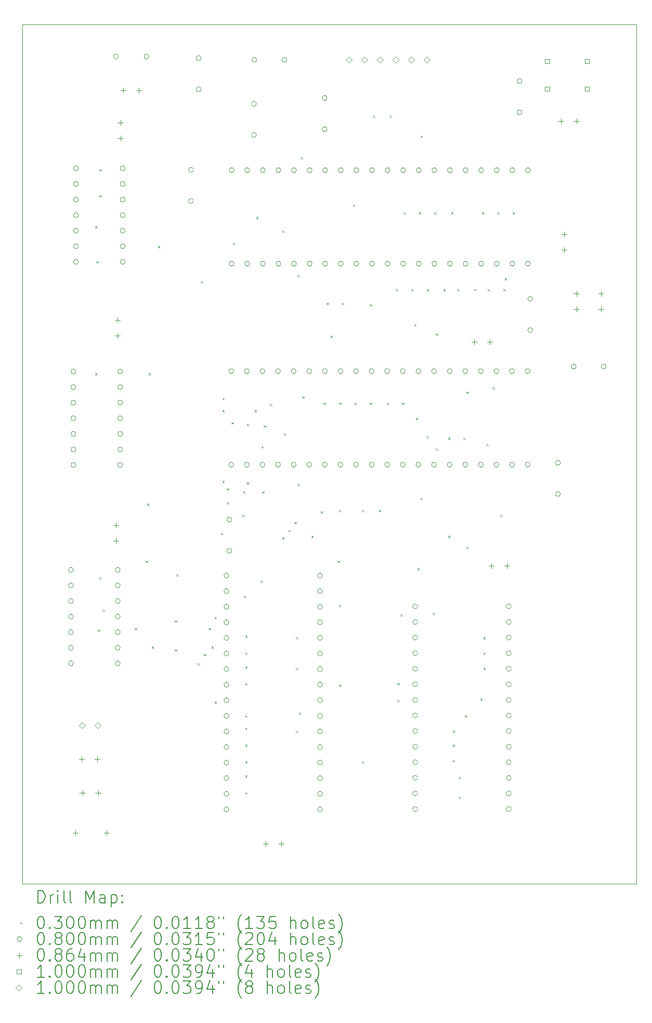
<source format=gbr>
%TF.GenerationSoftware,KiCad,Pcbnew,8.0.6*%
%TF.CreationDate,2024-11-15T08:42:34-05:00*%
%TF.ProjectId,6309-board-prototype-1.kicad_pro,36333039-2d62-46f6-9172-642d70726f74,rev?*%
%TF.SameCoordinates,Original*%
%TF.FileFunction,Drillmap*%
%TF.FilePolarity,Positive*%
%FSLAX45Y45*%
G04 Gerber Fmt 4.5, Leading zero omitted, Abs format (unit mm)*
G04 Created by KiCad (PCBNEW 8.0.6) date 2024-11-15 08:42:34*
%MOMM*%
%LPD*%
G01*
G04 APERTURE LIST*
%ADD10C,0.050000*%
%ADD11C,0.200000*%
%ADD12C,0.100000*%
G04 APERTURE END LIST*
D10*
X2625000Y-1425000D02*
X12625000Y-1425000D01*
X12625000Y-15425000D01*
X2625000Y-15425000D01*
X2625000Y-1425000D01*
D11*
D12*
X3810000Y-4710000D02*
X3840000Y-4740000D01*
X3840000Y-4710000D02*
X3810000Y-4740000D01*
X3810000Y-7110000D02*
X3840000Y-7140000D01*
X3840000Y-7110000D02*
X3810000Y-7140000D01*
X3835000Y-5285000D02*
X3865000Y-5315000D01*
X3865000Y-5285000D02*
X3835000Y-5315000D01*
X3860000Y-11285000D02*
X3890000Y-11315000D01*
X3890000Y-11285000D02*
X3860000Y-11315000D01*
X3885000Y-3785000D02*
X3915000Y-3815000D01*
X3915000Y-3785000D02*
X3885000Y-3815000D01*
X3885000Y-4210000D02*
X3915000Y-4240000D01*
X3915000Y-4210000D02*
X3885000Y-4240000D01*
X3885000Y-10435000D02*
X3915000Y-10465000D01*
X3915000Y-10435000D02*
X3885000Y-10465000D01*
X3935000Y-10960000D02*
X3965000Y-10990000D01*
X3965000Y-10960000D02*
X3935000Y-10990000D01*
X4460000Y-11260000D02*
X4490000Y-11290000D01*
X4490000Y-11260000D02*
X4460000Y-11290000D01*
X4635000Y-10160000D02*
X4665000Y-10190000D01*
X4665000Y-10160000D02*
X4635000Y-10190000D01*
X4660000Y-9235000D02*
X4690000Y-9265000D01*
X4690000Y-9235000D02*
X4660000Y-9265000D01*
X4685000Y-7110000D02*
X4715000Y-7140000D01*
X4715000Y-7110000D02*
X4685000Y-7140000D01*
X4735000Y-11560000D02*
X4765000Y-11590000D01*
X4765000Y-11560000D02*
X4735000Y-11590000D01*
X4835000Y-5035000D02*
X4865000Y-5065000D01*
X4865000Y-5035000D02*
X4835000Y-5065000D01*
X5110000Y-11135000D02*
X5140000Y-11165000D01*
X5140000Y-11135000D02*
X5110000Y-11165000D01*
X5110000Y-11610000D02*
X5140000Y-11640000D01*
X5140000Y-11610000D02*
X5110000Y-11640000D01*
X5135000Y-10385000D02*
X5165000Y-10415000D01*
X5165000Y-10385000D02*
X5135000Y-10415000D01*
X5485000Y-11835000D02*
X5515000Y-11865000D01*
X5515000Y-11835000D02*
X5485000Y-11865000D01*
X5535000Y-5610000D02*
X5565000Y-5640000D01*
X5565000Y-5610000D02*
X5535000Y-5640000D01*
X5585000Y-11685000D02*
X5615000Y-11715000D01*
X5615000Y-11685000D02*
X5585000Y-11715000D01*
X5660000Y-11260000D02*
X5690000Y-11290000D01*
X5690000Y-11260000D02*
X5660000Y-11290000D01*
X5710000Y-11560000D02*
X5740000Y-11590000D01*
X5740000Y-11560000D02*
X5710000Y-11590000D01*
X5760000Y-11085000D02*
X5790000Y-11115000D01*
X5790000Y-11085000D02*
X5760000Y-11115000D01*
X5760000Y-12460000D02*
X5790000Y-12490000D01*
X5790000Y-12460000D02*
X5760000Y-12490000D01*
X5860000Y-9710000D02*
X5890000Y-9740000D01*
X5890000Y-9710000D02*
X5860000Y-9740000D01*
X5885000Y-7510000D02*
X5915000Y-7540000D01*
X5915000Y-7510000D02*
X5885000Y-7540000D01*
X5885000Y-7710000D02*
X5915000Y-7740000D01*
X5915000Y-7710000D02*
X5885000Y-7740000D01*
X5885000Y-8860000D02*
X5915000Y-8890000D01*
X5915000Y-8860000D02*
X5885000Y-8890000D01*
X5960000Y-8985000D02*
X5990000Y-9015000D01*
X5990000Y-8985000D02*
X5960000Y-9015000D01*
X5960000Y-9210000D02*
X5990000Y-9240000D01*
X5990000Y-9210000D02*
X5960000Y-9240000D01*
X6035000Y-7910000D02*
X6065000Y-7940000D01*
X6065000Y-7910000D02*
X6035000Y-7940000D01*
X6060000Y-4985000D02*
X6090000Y-5015000D01*
X6090000Y-4985000D02*
X6060000Y-5015000D01*
X6210000Y-9410000D02*
X6240000Y-9440000D01*
X6240000Y-9410000D02*
X6210000Y-9440000D01*
X6225000Y-9035000D02*
X6255000Y-9065000D01*
X6255000Y-9035000D02*
X6225000Y-9065000D01*
X6235000Y-10735000D02*
X6265000Y-10765000D01*
X6265000Y-10735000D02*
X6235000Y-10765000D01*
X6260000Y-11385000D02*
X6290000Y-11415000D01*
X6290000Y-11385000D02*
X6260000Y-11415000D01*
X6260000Y-11660000D02*
X6290000Y-11690000D01*
X6290000Y-11660000D02*
X6260000Y-11690000D01*
X6260000Y-11885000D02*
X6290000Y-11915000D01*
X6290000Y-11885000D02*
X6260000Y-11915000D01*
X6260000Y-12160000D02*
X6290000Y-12190000D01*
X6290000Y-12160000D02*
X6260000Y-12190000D01*
X6260000Y-12685000D02*
X6290000Y-12715000D01*
X6290000Y-12685000D02*
X6260000Y-12715000D01*
X6260000Y-12885000D02*
X6290000Y-12915000D01*
X6290000Y-12885000D02*
X6260000Y-12915000D01*
X6260000Y-13160000D02*
X6290000Y-13190000D01*
X6290000Y-13160000D02*
X6260000Y-13190000D01*
X6260000Y-13435000D02*
X6290000Y-13465000D01*
X6290000Y-13435000D02*
X6260000Y-13465000D01*
X6260000Y-13660000D02*
X6290000Y-13690000D01*
X6290000Y-13660000D02*
X6260000Y-13690000D01*
X6260000Y-13935000D02*
X6290000Y-13965000D01*
X6290000Y-13935000D02*
X6260000Y-13965000D01*
X6285000Y-7935000D02*
X6315000Y-7965000D01*
X6315000Y-7935000D02*
X6285000Y-7965000D01*
X6285000Y-8885000D02*
X6315000Y-8915000D01*
X6315000Y-8885000D02*
X6285000Y-8915000D01*
X6410000Y-7710000D02*
X6440000Y-7740000D01*
X6440000Y-7710000D02*
X6410000Y-7740000D01*
X6435000Y-4560000D02*
X6465000Y-4590000D01*
X6465000Y-4560000D02*
X6435000Y-4590000D01*
X6510000Y-10485000D02*
X6540000Y-10515000D01*
X6540000Y-10485000D02*
X6510000Y-10515000D01*
X6523000Y-8297000D02*
X6553000Y-8327000D01*
X6553000Y-8297000D02*
X6523000Y-8327000D01*
X6535000Y-9035000D02*
X6565000Y-9065000D01*
X6565000Y-9035000D02*
X6535000Y-9065000D01*
X6560000Y-7960000D02*
X6590000Y-7990000D01*
X6590000Y-7960000D02*
X6560000Y-7990000D01*
X6660000Y-7610000D02*
X6690000Y-7640000D01*
X6690000Y-7610000D02*
X6660000Y-7640000D01*
X6860000Y-4785000D02*
X6890000Y-4815000D01*
X6890000Y-4785000D02*
X6860000Y-4815000D01*
X6860000Y-9785000D02*
X6890000Y-9815000D01*
X6890000Y-9785000D02*
X6860000Y-9815000D01*
X6885000Y-8085000D02*
X6915000Y-8115000D01*
X6915000Y-8085000D02*
X6885000Y-8115000D01*
X6960000Y-9660000D02*
X6990000Y-9690000D01*
X6990000Y-9660000D02*
X6960000Y-9690000D01*
X7060000Y-9535000D02*
X7090000Y-9565000D01*
X7090000Y-9535000D02*
X7060000Y-9565000D01*
X7085000Y-11410000D02*
X7115000Y-11440000D01*
X7115000Y-11410000D02*
X7085000Y-11440000D01*
X7085000Y-11910000D02*
X7115000Y-11940000D01*
X7115000Y-11910000D02*
X7085000Y-11940000D01*
X7085000Y-12935000D02*
X7115000Y-12965000D01*
X7115000Y-12935000D02*
X7085000Y-12965000D01*
X7110000Y-5510000D02*
X7140000Y-5540000D01*
X7140000Y-5510000D02*
X7110000Y-5540000D01*
X7110000Y-8910000D02*
X7140000Y-8940000D01*
X7140000Y-8910000D02*
X7110000Y-8940000D01*
X7135000Y-12635000D02*
X7165000Y-12665000D01*
X7165000Y-12635000D02*
X7135000Y-12665000D01*
X7160000Y-3585000D02*
X7190000Y-3615000D01*
X7190000Y-3585000D02*
X7160000Y-3615000D01*
X7185000Y-7485000D02*
X7215000Y-7515000D01*
X7215000Y-7485000D02*
X7185000Y-7515000D01*
X7335000Y-9760000D02*
X7365000Y-9790000D01*
X7365000Y-9760000D02*
X7335000Y-9790000D01*
X7485000Y-9360000D02*
X7515000Y-9390000D01*
X7515000Y-9360000D02*
X7485000Y-9390000D01*
X7535000Y-7585000D02*
X7565000Y-7615000D01*
X7565000Y-7585000D02*
X7535000Y-7615000D01*
X7585000Y-5960000D02*
X7615000Y-5990000D01*
X7615000Y-5960000D02*
X7585000Y-5990000D01*
X7647500Y-6497500D02*
X7677500Y-6527500D01*
X7677500Y-6497500D02*
X7647500Y-6527500D01*
X7760000Y-10160000D02*
X7790000Y-10190000D01*
X7790000Y-10160000D02*
X7760000Y-10190000D01*
X7785000Y-7585000D02*
X7815000Y-7615000D01*
X7815000Y-7585000D02*
X7785000Y-7615000D01*
X7785000Y-9335000D02*
X7815000Y-9365000D01*
X7815000Y-9335000D02*
X7785000Y-9365000D01*
X7785000Y-10885000D02*
X7815000Y-10915000D01*
X7815000Y-10885000D02*
X7785000Y-10915000D01*
X7785000Y-12185000D02*
X7815000Y-12215000D01*
X7815000Y-12185000D02*
X7785000Y-12215000D01*
X7835000Y-5960000D02*
X7865000Y-5990000D01*
X7865000Y-5960000D02*
X7835000Y-5990000D01*
X8010000Y-4360000D02*
X8040000Y-4390000D01*
X8040000Y-4360000D02*
X8010000Y-4390000D01*
X8035000Y-7585000D02*
X8065000Y-7615000D01*
X8065000Y-7585000D02*
X8035000Y-7615000D01*
X8160000Y-9335000D02*
X8190000Y-9365000D01*
X8190000Y-9335000D02*
X8160000Y-9365000D01*
X8160000Y-13435000D02*
X8190000Y-13465000D01*
X8190000Y-13435000D02*
X8160000Y-13465000D01*
X8285000Y-5985000D02*
X8315000Y-6015000D01*
X8315000Y-5985000D02*
X8285000Y-6015000D01*
X8285000Y-7585000D02*
X8315000Y-7615000D01*
X8315000Y-7585000D02*
X8285000Y-7615000D01*
X8335000Y-2910000D02*
X8365000Y-2940000D01*
X8365000Y-2910000D02*
X8335000Y-2940000D01*
X8435000Y-9335000D02*
X8465000Y-9365000D01*
X8465000Y-9335000D02*
X8435000Y-9365000D01*
X8560000Y-7585000D02*
X8590000Y-7615000D01*
X8590000Y-7585000D02*
X8560000Y-7615000D01*
X8610000Y-2910000D02*
X8640000Y-2940000D01*
X8640000Y-2910000D02*
X8610000Y-2940000D01*
X8709718Y-5734718D02*
X8739718Y-5764718D01*
X8739718Y-5734718D02*
X8709718Y-5764718D01*
X8735000Y-12160000D02*
X8765000Y-12190000D01*
X8765000Y-12160000D02*
X8735000Y-12190000D01*
X8735000Y-12435000D02*
X8765000Y-12465000D01*
X8765000Y-12435000D02*
X8735000Y-12465000D01*
X8785000Y-11035000D02*
X8815000Y-11065000D01*
X8815000Y-11035000D02*
X8785000Y-11065000D01*
X8810000Y-7585000D02*
X8840000Y-7615000D01*
X8840000Y-7585000D02*
X8810000Y-7615000D01*
X8835000Y-4485000D02*
X8865000Y-4515000D01*
X8865000Y-4485000D02*
X8835000Y-4515000D01*
X8961718Y-5736718D02*
X8991718Y-5766718D01*
X8991718Y-5736718D02*
X8961718Y-5766718D01*
X9010000Y-6310000D02*
X9040000Y-6340000D01*
X9040000Y-6310000D02*
X9010000Y-6340000D01*
X9035000Y-7835000D02*
X9065000Y-7865000D01*
X9065000Y-7835000D02*
X9035000Y-7865000D01*
X9060000Y-10285000D02*
X9090000Y-10315000D01*
X9090000Y-10285000D02*
X9060000Y-10315000D01*
X9085000Y-4485000D02*
X9115000Y-4515000D01*
X9115000Y-4485000D02*
X9085000Y-4515000D01*
X9110000Y-3235000D02*
X9140000Y-3265000D01*
X9140000Y-3235000D02*
X9110000Y-3265000D01*
X9110000Y-9135000D02*
X9140000Y-9165000D01*
X9140000Y-9135000D02*
X9110000Y-9165000D01*
X9210000Y-8135000D02*
X9240000Y-8165000D01*
X9240000Y-8135000D02*
X9210000Y-8165000D01*
X9213718Y-5738718D02*
X9243718Y-5768718D01*
X9243718Y-5738718D02*
X9213718Y-5768718D01*
X9310000Y-11010000D02*
X9340000Y-11040000D01*
X9340000Y-11010000D02*
X9310000Y-11040000D01*
X9335000Y-4485000D02*
X9365000Y-4515000D01*
X9365000Y-4485000D02*
X9335000Y-4515000D01*
X9360000Y-6460000D02*
X9390000Y-6490000D01*
X9390000Y-6460000D02*
X9360000Y-6490000D01*
X9360000Y-8335000D02*
X9390000Y-8365000D01*
X9390000Y-8335000D02*
X9360000Y-8365000D01*
X9485000Y-5735000D02*
X9515000Y-5765000D01*
X9515000Y-5735000D02*
X9485000Y-5765000D01*
X9560000Y-8160000D02*
X9590000Y-8190000D01*
X9590000Y-8160000D02*
X9560000Y-8190000D01*
X9560000Y-9760000D02*
X9590000Y-9790000D01*
X9590000Y-9760000D02*
X9560000Y-9790000D01*
X9610000Y-4485000D02*
X9640000Y-4515000D01*
X9640000Y-4485000D02*
X9610000Y-4515000D01*
X9635000Y-12935000D02*
X9665000Y-12965000D01*
X9665000Y-12935000D02*
X9635000Y-12965000D01*
X9635000Y-13160000D02*
X9665000Y-13190000D01*
X9665000Y-13160000D02*
X9635000Y-13190000D01*
X9635000Y-13410000D02*
X9665000Y-13440000D01*
X9665000Y-13410000D02*
X9635000Y-13440000D01*
X9710000Y-5735000D02*
X9740000Y-5765000D01*
X9740000Y-5735000D02*
X9710000Y-5765000D01*
X9735000Y-13685000D02*
X9765000Y-13715000D01*
X9765000Y-13685000D02*
X9735000Y-13715000D01*
X9735000Y-14010000D02*
X9765000Y-14040000D01*
X9765000Y-14010000D02*
X9735000Y-14040000D01*
X9810000Y-8160000D02*
X9840000Y-8190000D01*
X9840000Y-8160000D02*
X9810000Y-8190000D01*
X9835000Y-12685000D02*
X9865000Y-12715000D01*
X9865000Y-12685000D02*
X9835000Y-12715000D01*
X9860000Y-7410000D02*
X9890000Y-7440000D01*
X9890000Y-7410000D02*
X9860000Y-7440000D01*
X9860000Y-9935000D02*
X9890000Y-9965000D01*
X9890000Y-9935000D02*
X9860000Y-9965000D01*
X9982218Y-5732218D02*
X10012218Y-5762218D01*
X10012218Y-5732218D02*
X9982218Y-5762218D01*
X10085000Y-12410000D02*
X10115000Y-12440000D01*
X10115000Y-12410000D02*
X10085000Y-12440000D01*
X10110000Y-4485000D02*
X10140000Y-4515000D01*
X10140000Y-4485000D02*
X10110000Y-4515000D01*
X10135000Y-11410000D02*
X10165000Y-11440000D01*
X10165000Y-11410000D02*
X10135000Y-11440000D01*
X10135000Y-11660000D02*
X10165000Y-11690000D01*
X10165000Y-11660000D02*
X10135000Y-11690000D01*
X10135000Y-11910000D02*
X10165000Y-11940000D01*
X10165000Y-11910000D02*
X10135000Y-11940000D01*
X10185000Y-8260000D02*
X10215000Y-8290000D01*
X10215000Y-8260000D02*
X10185000Y-8290000D01*
X10210000Y-5735000D02*
X10240000Y-5765000D01*
X10240000Y-5735000D02*
X10210000Y-5765000D01*
X10285000Y-7335000D02*
X10315000Y-7365000D01*
X10315000Y-7335000D02*
X10285000Y-7365000D01*
X10360000Y-4485000D02*
X10390000Y-4515000D01*
X10390000Y-4485000D02*
X10360000Y-4515000D01*
X10410000Y-9410000D02*
X10440000Y-9440000D01*
X10440000Y-9410000D02*
X10410000Y-9440000D01*
X10462927Y-5737926D02*
X10492927Y-5767926D01*
X10492927Y-5737926D02*
X10462927Y-5767926D01*
X10485000Y-5560000D02*
X10515000Y-5590000D01*
X10515000Y-5560000D02*
X10485000Y-5590000D01*
X10610000Y-4485000D02*
X10640000Y-4515000D01*
X10640000Y-4485000D02*
X10610000Y-4515000D01*
X3460000Y-10312500D02*
G75*
G02*
X3380000Y-10312500I-40000J0D01*
G01*
X3380000Y-10312500D02*
G75*
G02*
X3460000Y-10312500I40000J0D01*
G01*
X3460000Y-10566500D02*
G75*
G02*
X3380000Y-10566500I-40000J0D01*
G01*
X3380000Y-10566500D02*
G75*
G02*
X3460000Y-10566500I40000J0D01*
G01*
X3460000Y-10820500D02*
G75*
G02*
X3380000Y-10820500I-40000J0D01*
G01*
X3380000Y-10820500D02*
G75*
G02*
X3460000Y-10820500I40000J0D01*
G01*
X3460000Y-11074500D02*
G75*
G02*
X3380000Y-11074500I-40000J0D01*
G01*
X3380000Y-11074500D02*
G75*
G02*
X3460000Y-11074500I40000J0D01*
G01*
X3460000Y-11328500D02*
G75*
G02*
X3380000Y-11328500I-40000J0D01*
G01*
X3380000Y-11328500D02*
G75*
G02*
X3460000Y-11328500I40000J0D01*
G01*
X3460000Y-11582500D02*
G75*
G02*
X3380000Y-11582500I-40000J0D01*
G01*
X3380000Y-11582500D02*
G75*
G02*
X3460000Y-11582500I40000J0D01*
G01*
X3460000Y-11836500D02*
G75*
G02*
X3380000Y-11836500I-40000J0D01*
G01*
X3380000Y-11836500D02*
G75*
G02*
X3460000Y-11836500I40000J0D01*
G01*
X3500000Y-7080000D02*
G75*
G02*
X3420000Y-7080000I-40000J0D01*
G01*
X3420000Y-7080000D02*
G75*
G02*
X3500000Y-7080000I40000J0D01*
G01*
X3500000Y-7334000D02*
G75*
G02*
X3420000Y-7334000I-40000J0D01*
G01*
X3420000Y-7334000D02*
G75*
G02*
X3500000Y-7334000I40000J0D01*
G01*
X3500000Y-7588000D02*
G75*
G02*
X3420000Y-7588000I-40000J0D01*
G01*
X3420000Y-7588000D02*
G75*
G02*
X3500000Y-7588000I40000J0D01*
G01*
X3500000Y-7842000D02*
G75*
G02*
X3420000Y-7842000I-40000J0D01*
G01*
X3420000Y-7842000D02*
G75*
G02*
X3500000Y-7842000I40000J0D01*
G01*
X3500000Y-8096000D02*
G75*
G02*
X3420000Y-8096000I-40000J0D01*
G01*
X3420000Y-8096000D02*
G75*
G02*
X3500000Y-8096000I40000J0D01*
G01*
X3500000Y-8350000D02*
G75*
G02*
X3420000Y-8350000I-40000J0D01*
G01*
X3420000Y-8350000D02*
G75*
G02*
X3500000Y-8350000I40000J0D01*
G01*
X3500000Y-8604000D02*
G75*
G02*
X3420000Y-8604000I-40000J0D01*
G01*
X3420000Y-8604000D02*
G75*
G02*
X3500000Y-8604000I40000J0D01*
G01*
X3540000Y-3771000D02*
G75*
G02*
X3460000Y-3771000I-40000J0D01*
G01*
X3460000Y-3771000D02*
G75*
G02*
X3540000Y-3771000I40000J0D01*
G01*
X3540000Y-4025000D02*
G75*
G02*
X3460000Y-4025000I-40000J0D01*
G01*
X3460000Y-4025000D02*
G75*
G02*
X3540000Y-4025000I40000J0D01*
G01*
X3540000Y-4279000D02*
G75*
G02*
X3460000Y-4279000I-40000J0D01*
G01*
X3460000Y-4279000D02*
G75*
G02*
X3540000Y-4279000I40000J0D01*
G01*
X3540000Y-4533000D02*
G75*
G02*
X3460000Y-4533000I-40000J0D01*
G01*
X3460000Y-4533000D02*
G75*
G02*
X3540000Y-4533000I40000J0D01*
G01*
X3540000Y-4787000D02*
G75*
G02*
X3460000Y-4787000I-40000J0D01*
G01*
X3460000Y-4787000D02*
G75*
G02*
X3540000Y-4787000I40000J0D01*
G01*
X3540000Y-5041000D02*
G75*
G02*
X3460000Y-5041000I-40000J0D01*
G01*
X3460000Y-5041000D02*
G75*
G02*
X3540000Y-5041000I40000J0D01*
G01*
X3540000Y-5295000D02*
G75*
G02*
X3460000Y-5295000I-40000J0D01*
G01*
X3460000Y-5295000D02*
G75*
G02*
X3540000Y-5295000I40000J0D01*
G01*
X4190000Y-1950000D02*
G75*
G02*
X4110000Y-1950000I-40000J0D01*
G01*
X4110000Y-1950000D02*
G75*
G02*
X4190000Y-1950000I40000J0D01*
G01*
X4222000Y-10312500D02*
G75*
G02*
X4142000Y-10312500I-40000J0D01*
G01*
X4142000Y-10312500D02*
G75*
G02*
X4222000Y-10312500I40000J0D01*
G01*
X4222000Y-10566500D02*
G75*
G02*
X4142000Y-10566500I-40000J0D01*
G01*
X4142000Y-10566500D02*
G75*
G02*
X4222000Y-10566500I40000J0D01*
G01*
X4222000Y-10820500D02*
G75*
G02*
X4142000Y-10820500I-40000J0D01*
G01*
X4142000Y-10820500D02*
G75*
G02*
X4222000Y-10820500I40000J0D01*
G01*
X4222000Y-11074500D02*
G75*
G02*
X4142000Y-11074500I-40000J0D01*
G01*
X4142000Y-11074500D02*
G75*
G02*
X4222000Y-11074500I40000J0D01*
G01*
X4222000Y-11328500D02*
G75*
G02*
X4142000Y-11328500I-40000J0D01*
G01*
X4142000Y-11328500D02*
G75*
G02*
X4222000Y-11328500I40000J0D01*
G01*
X4222000Y-11582500D02*
G75*
G02*
X4142000Y-11582500I-40000J0D01*
G01*
X4142000Y-11582500D02*
G75*
G02*
X4222000Y-11582500I40000J0D01*
G01*
X4222000Y-11836500D02*
G75*
G02*
X4142000Y-11836500I-40000J0D01*
G01*
X4142000Y-11836500D02*
G75*
G02*
X4222000Y-11836500I40000J0D01*
G01*
X4262000Y-7080000D02*
G75*
G02*
X4182000Y-7080000I-40000J0D01*
G01*
X4182000Y-7080000D02*
G75*
G02*
X4262000Y-7080000I40000J0D01*
G01*
X4262000Y-7334000D02*
G75*
G02*
X4182000Y-7334000I-40000J0D01*
G01*
X4182000Y-7334000D02*
G75*
G02*
X4262000Y-7334000I40000J0D01*
G01*
X4262000Y-7588000D02*
G75*
G02*
X4182000Y-7588000I-40000J0D01*
G01*
X4182000Y-7588000D02*
G75*
G02*
X4262000Y-7588000I40000J0D01*
G01*
X4262000Y-7842000D02*
G75*
G02*
X4182000Y-7842000I-40000J0D01*
G01*
X4182000Y-7842000D02*
G75*
G02*
X4262000Y-7842000I40000J0D01*
G01*
X4262000Y-8096000D02*
G75*
G02*
X4182000Y-8096000I-40000J0D01*
G01*
X4182000Y-8096000D02*
G75*
G02*
X4262000Y-8096000I40000J0D01*
G01*
X4262000Y-8350000D02*
G75*
G02*
X4182000Y-8350000I-40000J0D01*
G01*
X4182000Y-8350000D02*
G75*
G02*
X4262000Y-8350000I40000J0D01*
G01*
X4262000Y-8604000D02*
G75*
G02*
X4182000Y-8604000I-40000J0D01*
G01*
X4182000Y-8604000D02*
G75*
G02*
X4262000Y-8604000I40000J0D01*
G01*
X4302000Y-3771000D02*
G75*
G02*
X4222000Y-3771000I-40000J0D01*
G01*
X4222000Y-3771000D02*
G75*
G02*
X4302000Y-3771000I40000J0D01*
G01*
X4302000Y-4025000D02*
G75*
G02*
X4222000Y-4025000I-40000J0D01*
G01*
X4222000Y-4025000D02*
G75*
G02*
X4302000Y-4025000I40000J0D01*
G01*
X4302000Y-4279000D02*
G75*
G02*
X4222000Y-4279000I-40000J0D01*
G01*
X4222000Y-4279000D02*
G75*
G02*
X4302000Y-4279000I40000J0D01*
G01*
X4302000Y-4533000D02*
G75*
G02*
X4222000Y-4533000I-40000J0D01*
G01*
X4222000Y-4533000D02*
G75*
G02*
X4302000Y-4533000I40000J0D01*
G01*
X4302000Y-4787000D02*
G75*
G02*
X4222000Y-4787000I-40000J0D01*
G01*
X4222000Y-4787000D02*
G75*
G02*
X4302000Y-4787000I40000J0D01*
G01*
X4302000Y-5041000D02*
G75*
G02*
X4222000Y-5041000I-40000J0D01*
G01*
X4222000Y-5041000D02*
G75*
G02*
X4302000Y-5041000I40000J0D01*
G01*
X4302000Y-5295000D02*
G75*
G02*
X4222000Y-5295000I-40000J0D01*
G01*
X4222000Y-5295000D02*
G75*
G02*
X4302000Y-5295000I40000J0D01*
G01*
X4690000Y-1950000D02*
G75*
G02*
X4610000Y-1950000I-40000J0D01*
G01*
X4610000Y-1950000D02*
G75*
G02*
X4690000Y-1950000I40000J0D01*
G01*
X5415000Y-3793500D02*
G75*
G02*
X5335000Y-3793500I-40000J0D01*
G01*
X5335000Y-3793500D02*
G75*
G02*
X5415000Y-3793500I40000J0D01*
G01*
X5415000Y-4301500D02*
G75*
G02*
X5335000Y-4301500I-40000J0D01*
G01*
X5335000Y-4301500D02*
G75*
G02*
X5415000Y-4301500I40000J0D01*
G01*
X5540000Y-1973500D02*
G75*
G02*
X5460000Y-1973500I-40000J0D01*
G01*
X5460000Y-1973500D02*
G75*
G02*
X5540000Y-1973500I40000J0D01*
G01*
X5540000Y-2481500D02*
G75*
G02*
X5460000Y-2481500I-40000J0D01*
G01*
X5460000Y-2481500D02*
G75*
G02*
X5540000Y-2481500I40000J0D01*
G01*
X5992000Y-10406000D02*
G75*
G02*
X5912000Y-10406000I-40000J0D01*
G01*
X5912000Y-10406000D02*
G75*
G02*
X5992000Y-10406000I40000J0D01*
G01*
X5992000Y-10660000D02*
G75*
G02*
X5912000Y-10660000I-40000J0D01*
G01*
X5912000Y-10660000D02*
G75*
G02*
X5992000Y-10660000I40000J0D01*
G01*
X5992000Y-10914000D02*
G75*
G02*
X5912000Y-10914000I-40000J0D01*
G01*
X5912000Y-10914000D02*
G75*
G02*
X5992000Y-10914000I40000J0D01*
G01*
X5992000Y-11168000D02*
G75*
G02*
X5912000Y-11168000I-40000J0D01*
G01*
X5912000Y-11168000D02*
G75*
G02*
X5992000Y-11168000I40000J0D01*
G01*
X5992000Y-11422000D02*
G75*
G02*
X5912000Y-11422000I-40000J0D01*
G01*
X5912000Y-11422000D02*
G75*
G02*
X5992000Y-11422000I40000J0D01*
G01*
X5992000Y-11676000D02*
G75*
G02*
X5912000Y-11676000I-40000J0D01*
G01*
X5912000Y-11676000D02*
G75*
G02*
X5992000Y-11676000I40000J0D01*
G01*
X5992000Y-11930000D02*
G75*
G02*
X5912000Y-11930000I-40000J0D01*
G01*
X5912000Y-11930000D02*
G75*
G02*
X5992000Y-11930000I40000J0D01*
G01*
X5992000Y-12184000D02*
G75*
G02*
X5912000Y-12184000I-40000J0D01*
G01*
X5912000Y-12184000D02*
G75*
G02*
X5992000Y-12184000I40000J0D01*
G01*
X5992000Y-12438000D02*
G75*
G02*
X5912000Y-12438000I-40000J0D01*
G01*
X5912000Y-12438000D02*
G75*
G02*
X5992000Y-12438000I40000J0D01*
G01*
X5992000Y-12692000D02*
G75*
G02*
X5912000Y-12692000I-40000J0D01*
G01*
X5912000Y-12692000D02*
G75*
G02*
X5992000Y-12692000I40000J0D01*
G01*
X5992000Y-12946000D02*
G75*
G02*
X5912000Y-12946000I-40000J0D01*
G01*
X5912000Y-12946000D02*
G75*
G02*
X5992000Y-12946000I40000J0D01*
G01*
X5992000Y-13200000D02*
G75*
G02*
X5912000Y-13200000I-40000J0D01*
G01*
X5912000Y-13200000D02*
G75*
G02*
X5992000Y-13200000I40000J0D01*
G01*
X5992000Y-13454000D02*
G75*
G02*
X5912000Y-13454000I-40000J0D01*
G01*
X5912000Y-13454000D02*
G75*
G02*
X5992000Y-13454000I40000J0D01*
G01*
X5992000Y-13708000D02*
G75*
G02*
X5912000Y-13708000I-40000J0D01*
G01*
X5912000Y-13708000D02*
G75*
G02*
X5992000Y-13708000I40000J0D01*
G01*
X5992000Y-13962000D02*
G75*
G02*
X5912000Y-13962000I-40000J0D01*
G01*
X5912000Y-13962000D02*
G75*
G02*
X5992000Y-13962000I40000J0D01*
G01*
X5992000Y-14216000D02*
G75*
G02*
X5912000Y-14216000I-40000J0D01*
G01*
X5912000Y-14216000D02*
G75*
G02*
X5992000Y-14216000I40000J0D01*
G01*
X6040000Y-9493500D02*
G75*
G02*
X5960000Y-9493500I-40000J0D01*
G01*
X5960000Y-9493500D02*
G75*
G02*
X6040000Y-9493500I40000J0D01*
G01*
X6040000Y-10001500D02*
G75*
G02*
X5960000Y-10001500I-40000J0D01*
G01*
X5960000Y-10001500D02*
G75*
G02*
X6040000Y-10001500I40000J0D01*
G01*
X6070000Y-7076000D02*
G75*
G02*
X5990000Y-7076000I-40000J0D01*
G01*
X5990000Y-7076000D02*
G75*
G02*
X6070000Y-7076000I40000J0D01*
G01*
X6070000Y-8600000D02*
G75*
G02*
X5990000Y-8600000I-40000J0D01*
G01*
X5990000Y-8600000D02*
G75*
G02*
X6070000Y-8600000I40000J0D01*
G01*
X6076000Y-3800000D02*
G75*
G02*
X5996000Y-3800000I-40000J0D01*
G01*
X5996000Y-3800000D02*
G75*
G02*
X6076000Y-3800000I40000J0D01*
G01*
X6076000Y-5324000D02*
G75*
G02*
X5996000Y-5324000I-40000J0D01*
G01*
X5996000Y-5324000D02*
G75*
G02*
X6076000Y-5324000I40000J0D01*
G01*
X6324000Y-7076000D02*
G75*
G02*
X6244000Y-7076000I-40000J0D01*
G01*
X6244000Y-7076000D02*
G75*
G02*
X6324000Y-7076000I40000J0D01*
G01*
X6324000Y-8600000D02*
G75*
G02*
X6244000Y-8600000I-40000J0D01*
G01*
X6244000Y-8600000D02*
G75*
G02*
X6324000Y-8600000I40000J0D01*
G01*
X6330000Y-3800000D02*
G75*
G02*
X6250000Y-3800000I-40000J0D01*
G01*
X6250000Y-3800000D02*
G75*
G02*
X6330000Y-3800000I40000J0D01*
G01*
X6330000Y-5324000D02*
G75*
G02*
X6250000Y-5324000I-40000J0D01*
G01*
X6250000Y-5324000D02*
G75*
G02*
X6330000Y-5324000I40000J0D01*
G01*
X6440000Y-2718500D02*
G75*
G02*
X6360000Y-2718500I-40000J0D01*
G01*
X6360000Y-2718500D02*
G75*
G02*
X6440000Y-2718500I40000J0D01*
G01*
X6440000Y-3226500D02*
G75*
G02*
X6360000Y-3226500I-40000J0D01*
G01*
X6360000Y-3226500D02*
G75*
G02*
X6440000Y-3226500I40000J0D01*
G01*
X6447000Y-2000000D02*
G75*
G02*
X6367000Y-2000000I-40000J0D01*
G01*
X6367000Y-2000000D02*
G75*
G02*
X6447000Y-2000000I40000J0D01*
G01*
X6578000Y-7076000D02*
G75*
G02*
X6498000Y-7076000I-40000J0D01*
G01*
X6498000Y-7076000D02*
G75*
G02*
X6578000Y-7076000I40000J0D01*
G01*
X6578000Y-8600000D02*
G75*
G02*
X6498000Y-8600000I-40000J0D01*
G01*
X6498000Y-8600000D02*
G75*
G02*
X6578000Y-8600000I40000J0D01*
G01*
X6584000Y-3800000D02*
G75*
G02*
X6504000Y-3800000I-40000J0D01*
G01*
X6504000Y-3800000D02*
G75*
G02*
X6584000Y-3800000I40000J0D01*
G01*
X6584000Y-5324000D02*
G75*
G02*
X6504000Y-5324000I-40000J0D01*
G01*
X6504000Y-5324000D02*
G75*
G02*
X6584000Y-5324000I40000J0D01*
G01*
X6832000Y-7076000D02*
G75*
G02*
X6752000Y-7076000I-40000J0D01*
G01*
X6752000Y-7076000D02*
G75*
G02*
X6832000Y-7076000I40000J0D01*
G01*
X6832000Y-8600000D02*
G75*
G02*
X6752000Y-8600000I-40000J0D01*
G01*
X6752000Y-8600000D02*
G75*
G02*
X6832000Y-8600000I40000J0D01*
G01*
X6838000Y-3800000D02*
G75*
G02*
X6758000Y-3800000I-40000J0D01*
G01*
X6758000Y-3800000D02*
G75*
G02*
X6838000Y-3800000I40000J0D01*
G01*
X6838000Y-5324000D02*
G75*
G02*
X6758000Y-5324000I-40000J0D01*
G01*
X6758000Y-5324000D02*
G75*
G02*
X6838000Y-5324000I40000J0D01*
G01*
X6935000Y-2000000D02*
G75*
G02*
X6855000Y-2000000I-40000J0D01*
G01*
X6855000Y-2000000D02*
G75*
G02*
X6935000Y-2000000I40000J0D01*
G01*
X7086000Y-7076000D02*
G75*
G02*
X7006000Y-7076000I-40000J0D01*
G01*
X7006000Y-7076000D02*
G75*
G02*
X7086000Y-7076000I40000J0D01*
G01*
X7086000Y-8600000D02*
G75*
G02*
X7006000Y-8600000I-40000J0D01*
G01*
X7006000Y-8600000D02*
G75*
G02*
X7086000Y-8600000I40000J0D01*
G01*
X7092000Y-3800000D02*
G75*
G02*
X7012000Y-3800000I-40000J0D01*
G01*
X7012000Y-3800000D02*
G75*
G02*
X7092000Y-3800000I40000J0D01*
G01*
X7092000Y-5324000D02*
G75*
G02*
X7012000Y-5324000I-40000J0D01*
G01*
X7012000Y-5324000D02*
G75*
G02*
X7092000Y-5324000I40000J0D01*
G01*
X7340000Y-7076000D02*
G75*
G02*
X7260000Y-7076000I-40000J0D01*
G01*
X7260000Y-7076000D02*
G75*
G02*
X7340000Y-7076000I40000J0D01*
G01*
X7340000Y-8600000D02*
G75*
G02*
X7260000Y-8600000I-40000J0D01*
G01*
X7260000Y-8600000D02*
G75*
G02*
X7340000Y-8600000I40000J0D01*
G01*
X7346000Y-3800000D02*
G75*
G02*
X7266000Y-3800000I-40000J0D01*
G01*
X7266000Y-3800000D02*
G75*
G02*
X7346000Y-3800000I40000J0D01*
G01*
X7346000Y-5324000D02*
G75*
G02*
X7266000Y-5324000I-40000J0D01*
G01*
X7266000Y-5324000D02*
G75*
G02*
X7346000Y-5324000I40000J0D01*
G01*
X7516000Y-10406000D02*
G75*
G02*
X7436000Y-10406000I-40000J0D01*
G01*
X7436000Y-10406000D02*
G75*
G02*
X7516000Y-10406000I40000J0D01*
G01*
X7516000Y-10660000D02*
G75*
G02*
X7436000Y-10660000I-40000J0D01*
G01*
X7436000Y-10660000D02*
G75*
G02*
X7516000Y-10660000I40000J0D01*
G01*
X7516000Y-10914000D02*
G75*
G02*
X7436000Y-10914000I-40000J0D01*
G01*
X7436000Y-10914000D02*
G75*
G02*
X7516000Y-10914000I40000J0D01*
G01*
X7516000Y-11168000D02*
G75*
G02*
X7436000Y-11168000I-40000J0D01*
G01*
X7436000Y-11168000D02*
G75*
G02*
X7516000Y-11168000I40000J0D01*
G01*
X7516000Y-11422000D02*
G75*
G02*
X7436000Y-11422000I-40000J0D01*
G01*
X7436000Y-11422000D02*
G75*
G02*
X7516000Y-11422000I40000J0D01*
G01*
X7516000Y-11676000D02*
G75*
G02*
X7436000Y-11676000I-40000J0D01*
G01*
X7436000Y-11676000D02*
G75*
G02*
X7516000Y-11676000I40000J0D01*
G01*
X7516000Y-11930000D02*
G75*
G02*
X7436000Y-11930000I-40000J0D01*
G01*
X7436000Y-11930000D02*
G75*
G02*
X7516000Y-11930000I40000J0D01*
G01*
X7516000Y-12184000D02*
G75*
G02*
X7436000Y-12184000I-40000J0D01*
G01*
X7436000Y-12184000D02*
G75*
G02*
X7516000Y-12184000I40000J0D01*
G01*
X7516000Y-12438000D02*
G75*
G02*
X7436000Y-12438000I-40000J0D01*
G01*
X7436000Y-12438000D02*
G75*
G02*
X7516000Y-12438000I40000J0D01*
G01*
X7516000Y-12692000D02*
G75*
G02*
X7436000Y-12692000I-40000J0D01*
G01*
X7436000Y-12692000D02*
G75*
G02*
X7516000Y-12692000I40000J0D01*
G01*
X7516000Y-12946000D02*
G75*
G02*
X7436000Y-12946000I-40000J0D01*
G01*
X7436000Y-12946000D02*
G75*
G02*
X7516000Y-12946000I40000J0D01*
G01*
X7516000Y-13200000D02*
G75*
G02*
X7436000Y-13200000I-40000J0D01*
G01*
X7436000Y-13200000D02*
G75*
G02*
X7516000Y-13200000I40000J0D01*
G01*
X7516000Y-13454000D02*
G75*
G02*
X7436000Y-13454000I-40000J0D01*
G01*
X7436000Y-13454000D02*
G75*
G02*
X7516000Y-13454000I40000J0D01*
G01*
X7516000Y-13708000D02*
G75*
G02*
X7436000Y-13708000I-40000J0D01*
G01*
X7436000Y-13708000D02*
G75*
G02*
X7516000Y-13708000I40000J0D01*
G01*
X7516000Y-13962000D02*
G75*
G02*
X7436000Y-13962000I-40000J0D01*
G01*
X7436000Y-13962000D02*
G75*
G02*
X7516000Y-13962000I40000J0D01*
G01*
X7516000Y-14216000D02*
G75*
G02*
X7436000Y-14216000I-40000J0D01*
G01*
X7436000Y-14216000D02*
G75*
G02*
X7516000Y-14216000I40000J0D01*
G01*
X7590000Y-2623500D02*
G75*
G02*
X7510000Y-2623500I-40000J0D01*
G01*
X7510000Y-2623500D02*
G75*
G02*
X7590000Y-2623500I40000J0D01*
G01*
X7590000Y-3131500D02*
G75*
G02*
X7510000Y-3131500I-40000J0D01*
G01*
X7510000Y-3131500D02*
G75*
G02*
X7590000Y-3131500I40000J0D01*
G01*
X7594000Y-7076000D02*
G75*
G02*
X7514000Y-7076000I-40000J0D01*
G01*
X7514000Y-7076000D02*
G75*
G02*
X7594000Y-7076000I40000J0D01*
G01*
X7594000Y-8600000D02*
G75*
G02*
X7514000Y-8600000I-40000J0D01*
G01*
X7514000Y-8600000D02*
G75*
G02*
X7594000Y-8600000I40000J0D01*
G01*
X7600000Y-3800000D02*
G75*
G02*
X7520000Y-3800000I-40000J0D01*
G01*
X7520000Y-3800000D02*
G75*
G02*
X7600000Y-3800000I40000J0D01*
G01*
X7600000Y-5324000D02*
G75*
G02*
X7520000Y-5324000I-40000J0D01*
G01*
X7520000Y-5324000D02*
G75*
G02*
X7600000Y-5324000I40000J0D01*
G01*
X7848000Y-7076000D02*
G75*
G02*
X7768000Y-7076000I-40000J0D01*
G01*
X7768000Y-7076000D02*
G75*
G02*
X7848000Y-7076000I40000J0D01*
G01*
X7848000Y-8600000D02*
G75*
G02*
X7768000Y-8600000I-40000J0D01*
G01*
X7768000Y-8600000D02*
G75*
G02*
X7848000Y-8600000I40000J0D01*
G01*
X7854000Y-3800000D02*
G75*
G02*
X7774000Y-3800000I-40000J0D01*
G01*
X7774000Y-3800000D02*
G75*
G02*
X7854000Y-3800000I40000J0D01*
G01*
X7854000Y-5324000D02*
G75*
G02*
X7774000Y-5324000I-40000J0D01*
G01*
X7774000Y-5324000D02*
G75*
G02*
X7854000Y-5324000I40000J0D01*
G01*
X8102000Y-7076000D02*
G75*
G02*
X8022000Y-7076000I-40000J0D01*
G01*
X8022000Y-7076000D02*
G75*
G02*
X8102000Y-7076000I40000J0D01*
G01*
X8102000Y-8600000D02*
G75*
G02*
X8022000Y-8600000I-40000J0D01*
G01*
X8022000Y-8600000D02*
G75*
G02*
X8102000Y-8600000I40000J0D01*
G01*
X8108000Y-3800000D02*
G75*
G02*
X8028000Y-3800000I-40000J0D01*
G01*
X8028000Y-3800000D02*
G75*
G02*
X8108000Y-3800000I40000J0D01*
G01*
X8108000Y-5324000D02*
G75*
G02*
X8028000Y-5324000I-40000J0D01*
G01*
X8028000Y-5324000D02*
G75*
G02*
X8108000Y-5324000I40000J0D01*
G01*
X8356000Y-7076000D02*
G75*
G02*
X8276000Y-7076000I-40000J0D01*
G01*
X8276000Y-7076000D02*
G75*
G02*
X8356000Y-7076000I40000J0D01*
G01*
X8356000Y-8600000D02*
G75*
G02*
X8276000Y-8600000I-40000J0D01*
G01*
X8276000Y-8600000D02*
G75*
G02*
X8356000Y-8600000I40000J0D01*
G01*
X8362000Y-3800000D02*
G75*
G02*
X8282000Y-3800000I-40000J0D01*
G01*
X8282000Y-3800000D02*
G75*
G02*
X8362000Y-3800000I40000J0D01*
G01*
X8362000Y-5324000D02*
G75*
G02*
X8282000Y-5324000I-40000J0D01*
G01*
X8282000Y-5324000D02*
G75*
G02*
X8362000Y-5324000I40000J0D01*
G01*
X8610000Y-7076000D02*
G75*
G02*
X8530000Y-7076000I-40000J0D01*
G01*
X8530000Y-7076000D02*
G75*
G02*
X8610000Y-7076000I40000J0D01*
G01*
X8610000Y-8600000D02*
G75*
G02*
X8530000Y-8600000I-40000J0D01*
G01*
X8530000Y-8600000D02*
G75*
G02*
X8610000Y-8600000I40000J0D01*
G01*
X8616000Y-3800000D02*
G75*
G02*
X8536000Y-3800000I-40000J0D01*
G01*
X8536000Y-3800000D02*
G75*
G02*
X8616000Y-3800000I40000J0D01*
G01*
X8616000Y-5324000D02*
G75*
G02*
X8536000Y-5324000I-40000J0D01*
G01*
X8536000Y-5324000D02*
G75*
G02*
X8616000Y-5324000I40000J0D01*
G01*
X8864000Y-7076000D02*
G75*
G02*
X8784000Y-7076000I-40000J0D01*
G01*
X8784000Y-7076000D02*
G75*
G02*
X8864000Y-7076000I40000J0D01*
G01*
X8864000Y-8600000D02*
G75*
G02*
X8784000Y-8600000I-40000J0D01*
G01*
X8784000Y-8600000D02*
G75*
G02*
X8864000Y-8600000I40000J0D01*
G01*
X8870000Y-3800000D02*
G75*
G02*
X8790000Y-3800000I-40000J0D01*
G01*
X8790000Y-3800000D02*
G75*
G02*
X8870000Y-3800000I40000J0D01*
G01*
X8870000Y-5324000D02*
G75*
G02*
X8790000Y-5324000I-40000J0D01*
G01*
X8790000Y-5324000D02*
G75*
G02*
X8870000Y-5324000I40000J0D01*
G01*
X9066000Y-10910000D02*
G75*
G02*
X8986000Y-10910000I-40000J0D01*
G01*
X8986000Y-10910000D02*
G75*
G02*
X9066000Y-10910000I40000J0D01*
G01*
X9066000Y-11164000D02*
G75*
G02*
X8986000Y-11164000I-40000J0D01*
G01*
X8986000Y-11164000D02*
G75*
G02*
X9066000Y-11164000I40000J0D01*
G01*
X9066000Y-11418000D02*
G75*
G02*
X8986000Y-11418000I-40000J0D01*
G01*
X8986000Y-11418000D02*
G75*
G02*
X9066000Y-11418000I40000J0D01*
G01*
X9066000Y-11672000D02*
G75*
G02*
X8986000Y-11672000I-40000J0D01*
G01*
X8986000Y-11672000D02*
G75*
G02*
X9066000Y-11672000I40000J0D01*
G01*
X9066000Y-11926000D02*
G75*
G02*
X8986000Y-11926000I-40000J0D01*
G01*
X8986000Y-11926000D02*
G75*
G02*
X9066000Y-11926000I40000J0D01*
G01*
X9066000Y-12180000D02*
G75*
G02*
X8986000Y-12180000I-40000J0D01*
G01*
X8986000Y-12180000D02*
G75*
G02*
X9066000Y-12180000I40000J0D01*
G01*
X9066000Y-12434000D02*
G75*
G02*
X8986000Y-12434000I-40000J0D01*
G01*
X8986000Y-12434000D02*
G75*
G02*
X9066000Y-12434000I40000J0D01*
G01*
X9066000Y-12688000D02*
G75*
G02*
X8986000Y-12688000I-40000J0D01*
G01*
X8986000Y-12688000D02*
G75*
G02*
X9066000Y-12688000I40000J0D01*
G01*
X9066000Y-12942000D02*
G75*
G02*
X8986000Y-12942000I-40000J0D01*
G01*
X8986000Y-12942000D02*
G75*
G02*
X9066000Y-12942000I40000J0D01*
G01*
X9066000Y-13196000D02*
G75*
G02*
X8986000Y-13196000I-40000J0D01*
G01*
X8986000Y-13196000D02*
G75*
G02*
X9066000Y-13196000I40000J0D01*
G01*
X9066000Y-13450000D02*
G75*
G02*
X8986000Y-13450000I-40000J0D01*
G01*
X8986000Y-13450000D02*
G75*
G02*
X9066000Y-13450000I40000J0D01*
G01*
X9066000Y-13704000D02*
G75*
G02*
X8986000Y-13704000I-40000J0D01*
G01*
X8986000Y-13704000D02*
G75*
G02*
X9066000Y-13704000I40000J0D01*
G01*
X9066000Y-13958000D02*
G75*
G02*
X8986000Y-13958000I-40000J0D01*
G01*
X8986000Y-13958000D02*
G75*
G02*
X9066000Y-13958000I40000J0D01*
G01*
X9066000Y-14212000D02*
G75*
G02*
X8986000Y-14212000I-40000J0D01*
G01*
X8986000Y-14212000D02*
G75*
G02*
X9066000Y-14212000I40000J0D01*
G01*
X9118000Y-7076000D02*
G75*
G02*
X9038000Y-7076000I-40000J0D01*
G01*
X9038000Y-7076000D02*
G75*
G02*
X9118000Y-7076000I40000J0D01*
G01*
X9118000Y-8600000D02*
G75*
G02*
X9038000Y-8600000I-40000J0D01*
G01*
X9038000Y-8600000D02*
G75*
G02*
X9118000Y-8600000I40000J0D01*
G01*
X9124000Y-3800000D02*
G75*
G02*
X9044000Y-3800000I-40000J0D01*
G01*
X9044000Y-3800000D02*
G75*
G02*
X9124000Y-3800000I40000J0D01*
G01*
X9124000Y-5324000D02*
G75*
G02*
X9044000Y-5324000I-40000J0D01*
G01*
X9044000Y-5324000D02*
G75*
G02*
X9124000Y-5324000I40000J0D01*
G01*
X9372000Y-7076000D02*
G75*
G02*
X9292000Y-7076000I-40000J0D01*
G01*
X9292000Y-7076000D02*
G75*
G02*
X9372000Y-7076000I40000J0D01*
G01*
X9372000Y-8600000D02*
G75*
G02*
X9292000Y-8600000I-40000J0D01*
G01*
X9292000Y-8600000D02*
G75*
G02*
X9372000Y-8600000I40000J0D01*
G01*
X9378000Y-3800000D02*
G75*
G02*
X9298000Y-3800000I-40000J0D01*
G01*
X9298000Y-3800000D02*
G75*
G02*
X9378000Y-3800000I40000J0D01*
G01*
X9378000Y-5324000D02*
G75*
G02*
X9298000Y-5324000I-40000J0D01*
G01*
X9298000Y-5324000D02*
G75*
G02*
X9378000Y-5324000I40000J0D01*
G01*
X9626000Y-7076000D02*
G75*
G02*
X9546000Y-7076000I-40000J0D01*
G01*
X9546000Y-7076000D02*
G75*
G02*
X9626000Y-7076000I40000J0D01*
G01*
X9626000Y-8600000D02*
G75*
G02*
X9546000Y-8600000I-40000J0D01*
G01*
X9546000Y-8600000D02*
G75*
G02*
X9626000Y-8600000I40000J0D01*
G01*
X9632000Y-3800000D02*
G75*
G02*
X9552000Y-3800000I-40000J0D01*
G01*
X9552000Y-3800000D02*
G75*
G02*
X9632000Y-3800000I40000J0D01*
G01*
X9632000Y-5324000D02*
G75*
G02*
X9552000Y-5324000I-40000J0D01*
G01*
X9552000Y-5324000D02*
G75*
G02*
X9632000Y-5324000I40000J0D01*
G01*
X9880000Y-7076000D02*
G75*
G02*
X9800000Y-7076000I-40000J0D01*
G01*
X9800000Y-7076000D02*
G75*
G02*
X9880000Y-7076000I40000J0D01*
G01*
X9880000Y-8600000D02*
G75*
G02*
X9800000Y-8600000I-40000J0D01*
G01*
X9800000Y-8600000D02*
G75*
G02*
X9880000Y-8600000I40000J0D01*
G01*
X9886000Y-3800000D02*
G75*
G02*
X9806000Y-3800000I-40000J0D01*
G01*
X9806000Y-3800000D02*
G75*
G02*
X9886000Y-3800000I40000J0D01*
G01*
X9886000Y-5324000D02*
G75*
G02*
X9806000Y-5324000I-40000J0D01*
G01*
X9806000Y-5324000D02*
G75*
G02*
X9886000Y-5324000I40000J0D01*
G01*
X10134000Y-7076000D02*
G75*
G02*
X10054000Y-7076000I-40000J0D01*
G01*
X10054000Y-7076000D02*
G75*
G02*
X10134000Y-7076000I40000J0D01*
G01*
X10134000Y-8600000D02*
G75*
G02*
X10054000Y-8600000I-40000J0D01*
G01*
X10054000Y-8600000D02*
G75*
G02*
X10134000Y-8600000I40000J0D01*
G01*
X10140000Y-3800000D02*
G75*
G02*
X10060000Y-3800000I-40000J0D01*
G01*
X10060000Y-3800000D02*
G75*
G02*
X10140000Y-3800000I40000J0D01*
G01*
X10140000Y-5324000D02*
G75*
G02*
X10060000Y-5324000I-40000J0D01*
G01*
X10060000Y-5324000D02*
G75*
G02*
X10140000Y-5324000I40000J0D01*
G01*
X10388000Y-7076000D02*
G75*
G02*
X10308000Y-7076000I-40000J0D01*
G01*
X10308000Y-7076000D02*
G75*
G02*
X10388000Y-7076000I40000J0D01*
G01*
X10388000Y-8600000D02*
G75*
G02*
X10308000Y-8600000I-40000J0D01*
G01*
X10308000Y-8600000D02*
G75*
G02*
X10388000Y-8600000I40000J0D01*
G01*
X10394000Y-3800000D02*
G75*
G02*
X10314000Y-3800000I-40000J0D01*
G01*
X10314000Y-3800000D02*
G75*
G02*
X10394000Y-3800000I40000J0D01*
G01*
X10394000Y-5324000D02*
G75*
G02*
X10314000Y-5324000I-40000J0D01*
G01*
X10314000Y-5324000D02*
G75*
G02*
X10394000Y-5324000I40000J0D01*
G01*
X10590000Y-10910000D02*
G75*
G02*
X10510000Y-10910000I-40000J0D01*
G01*
X10510000Y-10910000D02*
G75*
G02*
X10590000Y-10910000I40000J0D01*
G01*
X10590000Y-11164000D02*
G75*
G02*
X10510000Y-11164000I-40000J0D01*
G01*
X10510000Y-11164000D02*
G75*
G02*
X10590000Y-11164000I40000J0D01*
G01*
X10590000Y-11418000D02*
G75*
G02*
X10510000Y-11418000I-40000J0D01*
G01*
X10510000Y-11418000D02*
G75*
G02*
X10590000Y-11418000I40000J0D01*
G01*
X10590000Y-11672000D02*
G75*
G02*
X10510000Y-11672000I-40000J0D01*
G01*
X10510000Y-11672000D02*
G75*
G02*
X10590000Y-11672000I40000J0D01*
G01*
X10590000Y-11926000D02*
G75*
G02*
X10510000Y-11926000I-40000J0D01*
G01*
X10510000Y-11926000D02*
G75*
G02*
X10590000Y-11926000I40000J0D01*
G01*
X10590000Y-12180000D02*
G75*
G02*
X10510000Y-12180000I-40000J0D01*
G01*
X10510000Y-12180000D02*
G75*
G02*
X10590000Y-12180000I40000J0D01*
G01*
X10590000Y-12434000D02*
G75*
G02*
X10510000Y-12434000I-40000J0D01*
G01*
X10510000Y-12434000D02*
G75*
G02*
X10590000Y-12434000I40000J0D01*
G01*
X10590000Y-12688000D02*
G75*
G02*
X10510000Y-12688000I-40000J0D01*
G01*
X10510000Y-12688000D02*
G75*
G02*
X10590000Y-12688000I40000J0D01*
G01*
X10590000Y-12942000D02*
G75*
G02*
X10510000Y-12942000I-40000J0D01*
G01*
X10510000Y-12942000D02*
G75*
G02*
X10590000Y-12942000I40000J0D01*
G01*
X10590000Y-13196000D02*
G75*
G02*
X10510000Y-13196000I-40000J0D01*
G01*
X10510000Y-13196000D02*
G75*
G02*
X10590000Y-13196000I40000J0D01*
G01*
X10590000Y-13450000D02*
G75*
G02*
X10510000Y-13450000I-40000J0D01*
G01*
X10510000Y-13450000D02*
G75*
G02*
X10590000Y-13450000I40000J0D01*
G01*
X10590000Y-13704000D02*
G75*
G02*
X10510000Y-13704000I-40000J0D01*
G01*
X10510000Y-13704000D02*
G75*
G02*
X10590000Y-13704000I40000J0D01*
G01*
X10590000Y-13958000D02*
G75*
G02*
X10510000Y-13958000I-40000J0D01*
G01*
X10510000Y-13958000D02*
G75*
G02*
X10590000Y-13958000I40000J0D01*
G01*
X10590000Y-14212000D02*
G75*
G02*
X10510000Y-14212000I-40000J0D01*
G01*
X10510000Y-14212000D02*
G75*
G02*
X10590000Y-14212000I40000J0D01*
G01*
X10642000Y-7076000D02*
G75*
G02*
X10562000Y-7076000I-40000J0D01*
G01*
X10562000Y-7076000D02*
G75*
G02*
X10642000Y-7076000I40000J0D01*
G01*
X10642000Y-8600000D02*
G75*
G02*
X10562000Y-8600000I-40000J0D01*
G01*
X10562000Y-8600000D02*
G75*
G02*
X10642000Y-8600000I40000J0D01*
G01*
X10648000Y-3800000D02*
G75*
G02*
X10568000Y-3800000I-40000J0D01*
G01*
X10568000Y-3800000D02*
G75*
G02*
X10648000Y-3800000I40000J0D01*
G01*
X10648000Y-5324000D02*
G75*
G02*
X10568000Y-5324000I-40000J0D01*
G01*
X10568000Y-5324000D02*
G75*
G02*
X10648000Y-5324000I40000J0D01*
G01*
X10765000Y-2348500D02*
G75*
G02*
X10685000Y-2348500I-40000J0D01*
G01*
X10685000Y-2348500D02*
G75*
G02*
X10765000Y-2348500I40000J0D01*
G01*
X10765000Y-2856500D02*
G75*
G02*
X10685000Y-2856500I-40000J0D01*
G01*
X10685000Y-2856500D02*
G75*
G02*
X10765000Y-2856500I40000J0D01*
G01*
X10896000Y-7076000D02*
G75*
G02*
X10816000Y-7076000I-40000J0D01*
G01*
X10816000Y-7076000D02*
G75*
G02*
X10896000Y-7076000I40000J0D01*
G01*
X10896000Y-8600000D02*
G75*
G02*
X10816000Y-8600000I-40000J0D01*
G01*
X10816000Y-8600000D02*
G75*
G02*
X10896000Y-8600000I40000J0D01*
G01*
X10902000Y-3800000D02*
G75*
G02*
X10822000Y-3800000I-40000J0D01*
G01*
X10822000Y-3800000D02*
G75*
G02*
X10902000Y-3800000I40000J0D01*
G01*
X10902000Y-5324000D02*
G75*
G02*
X10822000Y-5324000I-40000J0D01*
G01*
X10822000Y-5324000D02*
G75*
G02*
X10902000Y-5324000I40000J0D01*
G01*
X10940000Y-5898500D02*
G75*
G02*
X10860000Y-5898500I-40000J0D01*
G01*
X10860000Y-5898500D02*
G75*
G02*
X10940000Y-5898500I40000J0D01*
G01*
X10940000Y-6406500D02*
G75*
G02*
X10860000Y-6406500I-40000J0D01*
G01*
X10860000Y-6406500D02*
G75*
G02*
X10940000Y-6406500I40000J0D01*
G01*
X11390000Y-8568500D02*
G75*
G02*
X11310000Y-8568500I-40000J0D01*
G01*
X11310000Y-8568500D02*
G75*
G02*
X11390000Y-8568500I40000J0D01*
G01*
X11390000Y-9076500D02*
G75*
G02*
X11310000Y-9076500I-40000J0D01*
G01*
X11310000Y-9076500D02*
G75*
G02*
X11390000Y-9076500I40000J0D01*
G01*
X11647000Y-7000000D02*
G75*
G02*
X11567000Y-7000000I-40000J0D01*
G01*
X11567000Y-7000000D02*
G75*
G02*
X11647000Y-7000000I40000J0D01*
G01*
X12135000Y-7000000D02*
G75*
G02*
X12055000Y-7000000I-40000J0D01*
G01*
X12055000Y-7000000D02*
G75*
G02*
X12135000Y-7000000I40000J0D01*
G01*
X3492990Y-14556820D02*
X3492990Y-14643180D01*
X3449810Y-14600000D02*
X3536170Y-14600000D01*
X3596000Y-13356820D02*
X3596000Y-13443180D01*
X3552820Y-13400000D02*
X3639180Y-13400000D01*
X3607290Y-13906820D02*
X3607290Y-13993180D01*
X3564110Y-13950000D02*
X3650470Y-13950000D01*
X3850000Y-13356820D02*
X3850000Y-13443180D01*
X3806820Y-13400000D02*
X3893180Y-13400000D01*
X3861290Y-13906820D02*
X3861290Y-13993180D01*
X3818110Y-13950000D02*
X3904470Y-13950000D01*
X4000990Y-14556820D02*
X4000990Y-14643180D01*
X3957810Y-14600000D02*
X4044170Y-14600000D01*
X4150000Y-9545530D02*
X4150000Y-9631890D01*
X4106820Y-9588710D02*
X4193180Y-9588710D01*
X4150000Y-9799530D02*
X4150000Y-9885890D01*
X4106820Y-9842710D02*
X4193180Y-9842710D01*
X4175000Y-6202820D02*
X4175000Y-6289180D01*
X4131820Y-6246000D02*
X4218180Y-6246000D01*
X4175000Y-6456820D02*
X4175000Y-6543180D01*
X4131820Y-6500000D02*
X4218180Y-6500000D01*
X4225000Y-2981020D02*
X4225000Y-3067380D01*
X4181820Y-3024200D02*
X4268180Y-3024200D01*
X4225000Y-3235020D02*
X4225000Y-3321380D01*
X4181820Y-3278200D02*
X4268180Y-3278200D01*
X4273000Y-2456820D02*
X4273000Y-2543180D01*
X4229820Y-2500000D02*
X4316180Y-2500000D01*
X4527000Y-2456820D02*
X4527000Y-2543180D01*
X4483820Y-2500000D02*
X4570180Y-2500000D01*
X6588710Y-14731820D02*
X6588710Y-14818180D01*
X6545530Y-14775000D02*
X6631890Y-14775000D01*
X6842710Y-14731820D02*
X6842710Y-14818180D01*
X6799530Y-14775000D02*
X6885890Y-14775000D01*
X9990000Y-6556820D02*
X9990000Y-6643180D01*
X9946820Y-6600000D02*
X10033180Y-6600000D01*
X10244000Y-6556820D02*
X10244000Y-6643180D01*
X10200820Y-6600000D02*
X10287180Y-6600000D01*
X10263710Y-10206820D02*
X10263710Y-10293180D01*
X10220530Y-10250000D02*
X10306890Y-10250000D01*
X10517710Y-10206820D02*
X10517710Y-10293180D01*
X10474530Y-10250000D02*
X10560890Y-10250000D01*
X11396000Y-2956820D02*
X11396000Y-3043180D01*
X11352820Y-3000000D02*
X11439180Y-3000000D01*
X11450000Y-4802820D02*
X11450000Y-4889180D01*
X11406820Y-4846000D02*
X11493180Y-4846000D01*
X11450000Y-5056820D02*
X11450000Y-5143180D01*
X11406820Y-5100000D02*
X11493180Y-5100000D01*
X11650000Y-2956820D02*
X11650000Y-3043180D01*
X11606820Y-3000000D02*
X11693180Y-3000000D01*
X11650000Y-5769820D02*
X11650000Y-5856180D01*
X11606820Y-5813000D02*
X11693180Y-5813000D01*
X11650000Y-6023820D02*
X11650000Y-6110180D01*
X11606820Y-6067000D02*
X11693180Y-6067000D01*
X12050000Y-5769820D02*
X12050000Y-5856180D01*
X12006820Y-5813000D02*
X12093180Y-5813000D01*
X12050000Y-6023820D02*
X12050000Y-6110180D01*
X12006820Y-6067000D02*
X12093180Y-6067000D01*
X11210355Y-2060355D02*
X11210355Y-1989644D01*
X11139644Y-1989644D01*
X11139644Y-2060355D01*
X11210355Y-2060355D01*
X11210355Y-2510356D02*
X11210355Y-2439644D01*
X11139644Y-2439644D01*
X11139644Y-2510356D01*
X11210355Y-2510356D01*
X11860356Y-2060355D02*
X11860356Y-1989644D01*
X11789644Y-1989644D01*
X11789644Y-2060355D01*
X11860356Y-2060355D01*
X11860356Y-2510356D02*
X11860356Y-2439644D01*
X11789644Y-2439644D01*
X11789644Y-2510356D01*
X11860356Y-2510356D01*
X3600000Y-12900000D02*
X3650000Y-12850000D01*
X3600000Y-12800000D01*
X3550000Y-12850000D01*
X3600000Y-12900000D01*
X3854000Y-12900000D02*
X3904000Y-12850000D01*
X3854000Y-12800000D01*
X3804000Y-12850000D01*
X3854000Y-12900000D01*
X7946000Y-2050000D02*
X7996000Y-2000000D01*
X7946000Y-1950000D01*
X7896000Y-2000000D01*
X7946000Y-2050000D01*
X8200000Y-2050000D02*
X8250000Y-2000000D01*
X8200000Y-1950000D01*
X8150000Y-2000000D01*
X8200000Y-2050000D01*
X8454000Y-2050000D02*
X8504000Y-2000000D01*
X8454000Y-1950000D01*
X8404000Y-2000000D01*
X8454000Y-2050000D01*
X8708000Y-2050000D02*
X8758000Y-2000000D01*
X8708000Y-1950000D01*
X8658000Y-2000000D01*
X8708000Y-2050000D01*
X8962000Y-2050000D02*
X9012000Y-2000000D01*
X8962000Y-1950000D01*
X8912000Y-2000000D01*
X8962000Y-2050000D01*
X9216000Y-2050000D02*
X9266000Y-2000000D01*
X9216000Y-1950000D01*
X9166000Y-2000000D01*
X9216000Y-2050000D01*
D11*
X2883277Y-15738984D02*
X2883277Y-15538984D01*
X2883277Y-15538984D02*
X2930896Y-15538984D01*
X2930896Y-15538984D02*
X2959467Y-15548508D01*
X2959467Y-15548508D02*
X2978515Y-15567555D01*
X2978515Y-15567555D02*
X2988039Y-15586603D01*
X2988039Y-15586603D02*
X2997562Y-15624698D01*
X2997562Y-15624698D02*
X2997562Y-15653269D01*
X2997562Y-15653269D02*
X2988039Y-15691365D01*
X2988039Y-15691365D02*
X2978515Y-15710412D01*
X2978515Y-15710412D02*
X2959467Y-15729460D01*
X2959467Y-15729460D02*
X2930896Y-15738984D01*
X2930896Y-15738984D02*
X2883277Y-15738984D01*
X3083277Y-15738984D02*
X3083277Y-15605650D01*
X3083277Y-15643746D02*
X3092801Y-15624698D01*
X3092801Y-15624698D02*
X3102324Y-15615174D01*
X3102324Y-15615174D02*
X3121372Y-15605650D01*
X3121372Y-15605650D02*
X3140420Y-15605650D01*
X3207086Y-15738984D02*
X3207086Y-15605650D01*
X3207086Y-15538984D02*
X3197562Y-15548508D01*
X3197562Y-15548508D02*
X3207086Y-15558031D01*
X3207086Y-15558031D02*
X3216610Y-15548508D01*
X3216610Y-15548508D02*
X3207086Y-15538984D01*
X3207086Y-15538984D02*
X3207086Y-15558031D01*
X3330896Y-15738984D02*
X3311848Y-15729460D01*
X3311848Y-15729460D02*
X3302324Y-15710412D01*
X3302324Y-15710412D02*
X3302324Y-15538984D01*
X3435658Y-15738984D02*
X3416610Y-15729460D01*
X3416610Y-15729460D02*
X3407086Y-15710412D01*
X3407086Y-15710412D02*
X3407086Y-15538984D01*
X3664229Y-15738984D02*
X3664229Y-15538984D01*
X3664229Y-15538984D02*
X3730896Y-15681841D01*
X3730896Y-15681841D02*
X3797562Y-15538984D01*
X3797562Y-15538984D02*
X3797562Y-15738984D01*
X3978515Y-15738984D02*
X3978515Y-15634222D01*
X3978515Y-15634222D02*
X3968991Y-15615174D01*
X3968991Y-15615174D02*
X3949943Y-15605650D01*
X3949943Y-15605650D02*
X3911848Y-15605650D01*
X3911848Y-15605650D02*
X3892801Y-15615174D01*
X3978515Y-15729460D02*
X3959467Y-15738984D01*
X3959467Y-15738984D02*
X3911848Y-15738984D01*
X3911848Y-15738984D02*
X3892801Y-15729460D01*
X3892801Y-15729460D02*
X3883277Y-15710412D01*
X3883277Y-15710412D02*
X3883277Y-15691365D01*
X3883277Y-15691365D02*
X3892801Y-15672317D01*
X3892801Y-15672317D02*
X3911848Y-15662793D01*
X3911848Y-15662793D02*
X3959467Y-15662793D01*
X3959467Y-15662793D02*
X3978515Y-15653269D01*
X4073753Y-15605650D02*
X4073753Y-15805650D01*
X4073753Y-15615174D02*
X4092801Y-15605650D01*
X4092801Y-15605650D02*
X4130896Y-15605650D01*
X4130896Y-15605650D02*
X4149943Y-15615174D01*
X4149943Y-15615174D02*
X4159467Y-15624698D01*
X4159467Y-15624698D02*
X4168991Y-15643746D01*
X4168991Y-15643746D02*
X4168991Y-15700888D01*
X4168991Y-15700888D02*
X4159467Y-15719936D01*
X4159467Y-15719936D02*
X4149943Y-15729460D01*
X4149943Y-15729460D02*
X4130896Y-15738984D01*
X4130896Y-15738984D02*
X4092801Y-15738984D01*
X4092801Y-15738984D02*
X4073753Y-15729460D01*
X4254705Y-15719936D02*
X4264229Y-15729460D01*
X4264229Y-15729460D02*
X4254705Y-15738984D01*
X4254705Y-15738984D02*
X4245182Y-15729460D01*
X4245182Y-15729460D02*
X4254705Y-15719936D01*
X4254705Y-15719936D02*
X4254705Y-15738984D01*
X4254705Y-15615174D02*
X4264229Y-15624698D01*
X4264229Y-15624698D02*
X4254705Y-15634222D01*
X4254705Y-15634222D02*
X4245182Y-15624698D01*
X4245182Y-15624698D02*
X4254705Y-15615174D01*
X4254705Y-15615174D02*
X4254705Y-15634222D01*
D12*
X2592500Y-16052500D02*
X2622500Y-16082500D01*
X2622500Y-16052500D02*
X2592500Y-16082500D01*
D11*
X2921372Y-15958984D02*
X2940420Y-15958984D01*
X2940420Y-15958984D02*
X2959467Y-15968508D01*
X2959467Y-15968508D02*
X2968991Y-15978031D01*
X2968991Y-15978031D02*
X2978515Y-15997079D01*
X2978515Y-15997079D02*
X2988039Y-16035174D01*
X2988039Y-16035174D02*
X2988039Y-16082793D01*
X2988039Y-16082793D02*
X2978515Y-16120888D01*
X2978515Y-16120888D02*
X2968991Y-16139936D01*
X2968991Y-16139936D02*
X2959467Y-16149460D01*
X2959467Y-16149460D02*
X2940420Y-16158984D01*
X2940420Y-16158984D02*
X2921372Y-16158984D01*
X2921372Y-16158984D02*
X2902324Y-16149460D01*
X2902324Y-16149460D02*
X2892801Y-16139936D01*
X2892801Y-16139936D02*
X2883277Y-16120888D01*
X2883277Y-16120888D02*
X2873753Y-16082793D01*
X2873753Y-16082793D02*
X2873753Y-16035174D01*
X2873753Y-16035174D02*
X2883277Y-15997079D01*
X2883277Y-15997079D02*
X2892801Y-15978031D01*
X2892801Y-15978031D02*
X2902324Y-15968508D01*
X2902324Y-15968508D02*
X2921372Y-15958984D01*
X3073753Y-16139936D02*
X3083277Y-16149460D01*
X3083277Y-16149460D02*
X3073753Y-16158984D01*
X3073753Y-16158984D02*
X3064229Y-16149460D01*
X3064229Y-16149460D02*
X3073753Y-16139936D01*
X3073753Y-16139936D02*
X3073753Y-16158984D01*
X3149943Y-15958984D02*
X3273753Y-15958984D01*
X3273753Y-15958984D02*
X3207086Y-16035174D01*
X3207086Y-16035174D02*
X3235658Y-16035174D01*
X3235658Y-16035174D02*
X3254705Y-16044698D01*
X3254705Y-16044698D02*
X3264229Y-16054222D01*
X3264229Y-16054222D02*
X3273753Y-16073269D01*
X3273753Y-16073269D02*
X3273753Y-16120888D01*
X3273753Y-16120888D02*
X3264229Y-16139936D01*
X3264229Y-16139936D02*
X3254705Y-16149460D01*
X3254705Y-16149460D02*
X3235658Y-16158984D01*
X3235658Y-16158984D02*
X3178515Y-16158984D01*
X3178515Y-16158984D02*
X3159467Y-16149460D01*
X3159467Y-16149460D02*
X3149943Y-16139936D01*
X3397562Y-15958984D02*
X3416610Y-15958984D01*
X3416610Y-15958984D02*
X3435658Y-15968508D01*
X3435658Y-15968508D02*
X3445182Y-15978031D01*
X3445182Y-15978031D02*
X3454705Y-15997079D01*
X3454705Y-15997079D02*
X3464229Y-16035174D01*
X3464229Y-16035174D02*
X3464229Y-16082793D01*
X3464229Y-16082793D02*
X3454705Y-16120888D01*
X3454705Y-16120888D02*
X3445182Y-16139936D01*
X3445182Y-16139936D02*
X3435658Y-16149460D01*
X3435658Y-16149460D02*
X3416610Y-16158984D01*
X3416610Y-16158984D02*
X3397562Y-16158984D01*
X3397562Y-16158984D02*
X3378515Y-16149460D01*
X3378515Y-16149460D02*
X3368991Y-16139936D01*
X3368991Y-16139936D02*
X3359467Y-16120888D01*
X3359467Y-16120888D02*
X3349943Y-16082793D01*
X3349943Y-16082793D02*
X3349943Y-16035174D01*
X3349943Y-16035174D02*
X3359467Y-15997079D01*
X3359467Y-15997079D02*
X3368991Y-15978031D01*
X3368991Y-15978031D02*
X3378515Y-15968508D01*
X3378515Y-15968508D02*
X3397562Y-15958984D01*
X3588039Y-15958984D02*
X3607086Y-15958984D01*
X3607086Y-15958984D02*
X3626134Y-15968508D01*
X3626134Y-15968508D02*
X3635658Y-15978031D01*
X3635658Y-15978031D02*
X3645182Y-15997079D01*
X3645182Y-15997079D02*
X3654705Y-16035174D01*
X3654705Y-16035174D02*
X3654705Y-16082793D01*
X3654705Y-16082793D02*
X3645182Y-16120888D01*
X3645182Y-16120888D02*
X3635658Y-16139936D01*
X3635658Y-16139936D02*
X3626134Y-16149460D01*
X3626134Y-16149460D02*
X3607086Y-16158984D01*
X3607086Y-16158984D02*
X3588039Y-16158984D01*
X3588039Y-16158984D02*
X3568991Y-16149460D01*
X3568991Y-16149460D02*
X3559467Y-16139936D01*
X3559467Y-16139936D02*
X3549943Y-16120888D01*
X3549943Y-16120888D02*
X3540420Y-16082793D01*
X3540420Y-16082793D02*
X3540420Y-16035174D01*
X3540420Y-16035174D02*
X3549943Y-15997079D01*
X3549943Y-15997079D02*
X3559467Y-15978031D01*
X3559467Y-15978031D02*
X3568991Y-15968508D01*
X3568991Y-15968508D02*
X3588039Y-15958984D01*
X3740420Y-16158984D02*
X3740420Y-16025650D01*
X3740420Y-16044698D02*
X3749943Y-16035174D01*
X3749943Y-16035174D02*
X3768991Y-16025650D01*
X3768991Y-16025650D02*
X3797563Y-16025650D01*
X3797563Y-16025650D02*
X3816610Y-16035174D01*
X3816610Y-16035174D02*
X3826134Y-16054222D01*
X3826134Y-16054222D02*
X3826134Y-16158984D01*
X3826134Y-16054222D02*
X3835658Y-16035174D01*
X3835658Y-16035174D02*
X3854705Y-16025650D01*
X3854705Y-16025650D02*
X3883277Y-16025650D01*
X3883277Y-16025650D02*
X3902324Y-16035174D01*
X3902324Y-16035174D02*
X3911848Y-16054222D01*
X3911848Y-16054222D02*
X3911848Y-16158984D01*
X4007086Y-16158984D02*
X4007086Y-16025650D01*
X4007086Y-16044698D02*
X4016610Y-16035174D01*
X4016610Y-16035174D02*
X4035658Y-16025650D01*
X4035658Y-16025650D02*
X4064229Y-16025650D01*
X4064229Y-16025650D02*
X4083277Y-16035174D01*
X4083277Y-16035174D02*
X4092801Y-16054222D01*
X4092801Y-16054222D02*
X4092801Y-16158984D01*
X4092801Y-16054222D02*
X4102324Y-16035174D01*
X4102324Y-16035174D02*
X4121372Y-16025650D01*
X4121372Y-16025650D02*
X4149943Y-16025650D01*
X4149943Y-16025650D02*
X4168991Y-16035174D01*
X4168991Y-16035174D02*
X4178515Y-16054222D01*
X4178515Y-16054222D02*
X4178515Y-16158984D01*
X4568991Y-15949460D02*
X4397563Y-16206603D01*
X4826134Y-15958984D02*
X4845182Y-15958984D01*
X4845182Y-15958984D02*
X4864229Y-15968508D01*
X4864229Y-15968508D02*
X4873753Y-15978031D01*
X4873753Y-15978031D02*
X4883277Y-15997079D01*
X4883277Y-15997079D02*
X4892801Y-16035174D01*
X4892801Y-16035174D02*
X4892801Y-16082793D01*
X4892801Y-16082793D02*
X4883277Y-16120888D01*
X4883277Y-16120888D02*
X4873753Y-16139936D01*
X4873753Y-16139936D02*
X4864229Y-16149460D01*
X4864229Y-16149460D02*
X4845182Y-16158984D01*
X4845182Y-16158984D02*
X4826134Y-16158984D01*
X4826134Y-16158984D02*
X4807087Y-16149460D01*
X4807087Y-16149460D02*
X4797563Y-16139936D01*
X4797563Y-16139936D02*
X4788039Y-16120888D01*
X4788039Y-16120888D02*
X4778515Y-16082793D01*
X4778515Y-16082793D02*
X4778515Y-16035174D01*
X4778515Y-16035174D02*
X4788039Y-15997079D01*
X4788039Y-15997079D02*
X4797563Y-15978031D01*
X4797563Y-15978031D02*
X4807087Y-15968508D01*
X4807087Y-15968508D02*
X4826134Y-15958984D01*
X4978515Y-16139936D02*
X4988039Y-16149460D01*
X4988039Y-16149460D02*
X4978515Y-16158984D01*
X4978515Y-16158984D02*
X4968991Y-16149460D01*
X4968991Y-16149460D02*
X4978515Y-16139936D01*
X4978515Y-16139936D02*
X4978515Y-16158984D01*
X5111848Y-15958984D02*
X5130896Y-15958984D01*
X5130896Y-15958984D02*
X5149944Y-15968508D01*
X5149944Y-15968508D02*
X5159468Y-15978031D01*
X5159468Y-15978031D02*
X5168991Y-15997079D01*
X5168991Y-15997079D02*
X5178515Y-16035174D01*
X5178515Y-16035174D02*
X5178515Y-16082793D01*
X5178515Y-16082793D02*
X5168991Y-16120888D01*
X5168991Y-16120888D02*
X5159468Y-16139936D01*
X5159468Y-16139936D02*
X5149944Y-16149460D01*
X5149944Y-16149460D02*
X5130896Y-16158984D01*
X5130896Y-16158984D02*
X5111848Y-16158984D01*
X5111848Y-16158984D02*
X5092801Y-16149460D01*
X5092801Y-16149460D02*
X5083277Y-16139936D01*
X5083277Y-16139936D02*
X5073753Y-16120888D01*
X5073753Y-16120888D02*
X5064229Y-16082793D01*
X5064229Y-16082793D02*
X5064229Y-16035174D01*
X5064229Y-16035174D02*
X5073753Y-15997079D01*
X5073753Y-15997079D02*
X5083277Y-15978031D01*
X5083277Y-15978031D02*
X5092801Y-15968508D01*
X5092801Y-15968508D02*
X5111848Y-15958984D01*
X5368991Y-16158984D02*
X5254706Y-16158984D01*
X5311848Y-16158984D02*
X5311848Y-15958984D01*
X5311848Y-15958984D02*
X5292801Y-15987555D01*
X5292801Y-15987555D02*
X5273753Y-16006603D01*
X5273753Y-16006603D02*
X5254706Y-16016127D01*
X5559468Y-16158984D02*
X5445182Y-16158984D01*
X5502325Y-16158984D02*
X5502325Y-15958984D01*
X5502325Y-15958984D02*
X5483277Y-15987555D01*
X5483277Y-15987555D02*
X5464229Y-16006603D01*
X5464229Y-16006603D02*
X5445182Y-16016127D01*
X5673753Y-16044698D02*
X5654706Y-16035174D01*
X5654706Y-16035174D02*
X5645182Y-16025650D01*
X5645182Y-16025650D02*
X5635658Y-16006603D01*
X5635658Y-16006603D02*
X5635658Y-15997079D01*
X5635658Y-15997079D02*
X5645182Y-15978031D01*
X5645182Y-15978031D02*
X5654706Y-15968508D01*
X5654706Y-15968508D02*
X5673753Y-15958984D01*
X5673753Y-15958984D02*
X5711848Y-15958984D01*
X5711848Y-15958984D02*
X5730896Y-15968508D01*
X5730896Y-15968508D02*
X5740420Y-15978031D01*
X5740420Y-15978031D02*
X5749944Y-15997079D01*
X5749944Y-15997079D02*
X5749944Y-16006603D01*
X5749944Y-16006603D02*
X5740420Y-16025650D01*
X5740420Y-16025650D02*
X5730896Y-16035174D01*
X5730896Y-16035174D02*
X5711848Y-16044698D01*
X5711848Y-16044698D02*
X5673753Y-16044698D01*
X5673753Y-16044698D02*
X5654706Y-16054222D01*
X5654706Y-16054222D02*
X5645182Y-16063746D01*
X5645182Y-16063746D02*
X5635658Y-16082793D01*
X5635658Y-16082793D02*
X5635658Y-16120888D01*
X5635658Y-16120888D02*
X5645182Y-16139936D01*
X5645182Y-16139936D02*
X5654706Y-16149460D01*
X5654706Y-16149460D02*
X5673753Y-16158984D01*
X5673753Y-16158984D02*
X5711848Y-16158984D01*
X5711848Y-16158984D02*
X5730896Y-16149460D01*
X5730896Y-16149460D02*
X5740420Y-16139936D01*
X5740420Y-16139936D02*
X5749944Y-16120888D01*
X5749944Y-16120888D02*
X5749944Y-16082793D01*
X5749944Y-16082793D02*
X5740420Y-16063746D01*
X5740420Y-16063746D02*
X5730896Y-16054222D01*
X5730896Y-16054222D02*
X5711848Y-16044698D01*
X5826134Y-15958984D02*
X5826134Y-15997079D01*
X5902325Y-15958984D02*
X5902325Y-15997079D01*
X6197563Y-16235174D02*
X6188039Y-16225650D01*
X6188039Y-16225650D02*
X6168991Y-16197079D01*
X6168991Y-16197079D02*
X6159468Y-16178031D01*
X6159468Y-16178031D02*
X6149944Y-16149460D01*
X6149944Y-16149460D02*
X6140420Y-16101841D01*
X6140420Y-16101841D02*
X6140420Y-16063746D01*
X6140420Y-16063746D02*
X6149944Y-16016127D01*
X6149944Y-16016127D02*
X6159468Y-15987555D01*
X6159468Y-15987555D02*
X6168991Y-15968508D01*
X6168991Y-15968508D02*
X6188039Y-15939936D01*
X6188039Y-15939936D02*
X6197563Y-15930412D01*
X6378515Y-16158984D02*
X6264229Y-16158984D01*
X6321372Y-16158984D02*
X6321372Y-15958984D01*
X6321372Y-15958984D02*
X6302325Y-15987555D01*
X6302325Y-15987555D02*
X6283277Y-16006603D01*
X6283277Y-16006603D02*
X6264229Y-16016127D01*
X6445182Y-15958984D02*
X6568991Y-15958984D01*
X6568991Y-15958984D02*
X6502325Y-16035174D01*
X6502325Y-16035174D02*
X6530896Y-16035174D01*
X6530896Y-16035174D02*
X6549944Y-16044698D01*
X6549944Y-16044698D02*
X6559468Y-16054222D01*
X6559468Y-16054222D02*
X6568991Y-16073269D01*
X6568991Y-16073269D02*
X6568991Y-16120888D01*
X6568991Y-16120888D02*
X6559468Y-16139936D01*
X6559468Y-16139936D02*
X6549944Y-16149460D01*
X6549944Y-16149460D02*
X6530896Y-16158984D01*
X6530896Y-16158984D02*
X6473753Y-16158984D01*
X6473753Y-16158984D02*
X6454706Y-16149460D01*
X6454706Y-16149460D02*
X6445182Y-16139936D01*
X6749944Y-15958984D02*
X6654706Y-15958984D01*
X6654706Y-15958984D02*
X6645182Y-16054222D01*
X6645182Y-16054222D02*
X6654706Y-16044698D01*
X6654706Y-16044698D02*
X6673753Y-16035174D01*
X6673753Y-16035174D02*
X6721372Y-16035174D01*
X6721372Y-16035174D02*
X6740420Y-16044698D01*
X6740420Y-16044698D02*
X6749944Y-16054222D01*
X6749944Y-16054222D02*
X6759468Y-16073269D01*
X6759468Y-16073269D02*
X6759468Y-16120888D01*
X6759468Y-16120888D02*
X6749944Y-16139936D01*
X6749944Y-16139936D02*
X6740420Y-16149460D01*
X6740420Y-16149460D02*
X6721372Y-16158984D01*
X6721372Y-16158984D02*
X6673753Y-16158984D01*
X6673753Y-16158984D02*
X6654706Y-16149460D01*
X6654706Y-16149460D02*
X6645182Y-16139936D01*
X6997563Y-16158984D02*
X6997563Y-15958984D01*
X7083277Y-16158984D02*
X7083277Y-16054222D01*
X7083277Y-16054222D02*
X7073753Y-16035174D01*
X7073753Y-16035174D02*
X7054706Y-16025650D01*
X7054706Y-16025650D02*
X7026134Y-16025650D01*
X7026134Y-16025650D02*
X7007087Y-16035174D01*
X7007087Y-16035174D02*
X6997563Y-16044698D01*
X7207087Y-16158984D02*
X7188039Y-16149460D01*
X7188039Y-16149460D02*
X7178515Y-16139936D01*
X7178515Y-16139936D02*
X7168991Y-16120888D01*
X7168991Y-16120888D02*
X7168991Y-16063746D01*
X7168991Y-16063746D02*
X7178515Y-16044698D01*
X7178515Y-16044698D02*
X7188039Y-16035174D01*
X7188039Y-16035174D02*
X7207087Y-16025650D01*
X7207087Y-16025650D02*
X7235658Y-16025650D01*
X7235658Y-16025650D02*
X7254706Y-16035174D01*
X7254706Y-16035174D02*
X7264230Y-16044698D01*
X7264230Y-16044698D02*
X7273753Y-16063746D01*
X7273753Y-16063746D02*
X7273753Y-16120888D01*
X7273753Y-16120888D02*
X7264230Y-16139936D01*
X7264230Y-16139936D02*
X7254706Y-16149460D01*
X7254706Y-16149460D02*
X7235658Y-16158984D01*
X7235658Y-16158984D02*
X7207087Y-16158984D01*
X7388039Y-16158984D02*
X7368991Y-16149460D01*
X7368991Y-16149460D02*
X7359468Y-16130412D01*
X7359468Y-16130412D02*
X7359468Y-15958984D01*
X7540420Y-16149460D02*
X7521372Y-16158984D01*
X7521372Y-16158984D02*
X7483277Y-16158984D01*
X7483277Y-16158984D02*
X7464230Y-16149460D01*
X7464230Y-16149460D02*
X7454706Y-16130412D01*
X7454706Y-16130412D02*
X7454706Y-16054222D01*
X7454706Y-16054222D02*
X7464230Y-16035174D01*
X7464230Y-16035174D02*
X7483277Y-16025650D01*
X7483277Y-16025650D02*
X7521372Y-16025650D01*
X7521372Y-16025650D02*
X7540420Y-16035174D01*
X7540420Y-16035174D02*
X7549944Y-16054222D01*
X7549944Y-16054222D02*
X7549944Y-16073269D01*
X7549944Y-16073269D02*
X7454706Y-16092317D01*
X7626134Y-16149460D02*
X7645182Y-16158984D01*
X7645182Y-16158984D02*
X7683277Y-16158984D01*
X7683277Y-16158984D02*
X7702325Y-16149460D01*
X7702325Y-16149460D02*
X7711849Y-16130412D01*
X7711849Y-16130412D02*
X7711849Y-16120888D01*
X7711849Y-16120888D02*
X7702325Y-16101841D01*
X7702325Y-16101841D02*
X7683277Y-16092317D01*
X7683277Y-16092317D02*
X7654706Y-16092317D01*
X7654706Y-16092317D02*
X7635658Y-16082793D01*
X7635658Y-16082793D02*
X7626134Y-16063746D01*
X7626134Y-16063746D02*
X7626134Y-16054222D01*
X7626134Y-16054222D02*
X7635658Y-16035174D01*
X7635658Y-16035174D02*
X7654706Y-16025650D01*
X7654706Y-16025650D02*
X7683277Y-16025650D01*
X7683277Y-16025650D02*
X7702325Y-16035174D01*
X7778515Y-16235174D02*
X7788039Y-16225650D01*
X7788039Y-16225650D02*
X7807087Y-16197079D01*
X7807087Y-16197079D02*
X7816611Y-16178031D01*
X7816611Y-16178031D02*
X7826134Y-16149460D01*
X7826134Y-16149460D02*
X7835658Y-16101841D01*
X7835658Y-16101841D02*
X7835658Y-16063746D01*
X7835658Y-16063746D02*
X7826134Y-16016127D01*
X7826134Y-16016127D02*
X7816611Y-15987555D01*
X7816611Y-15987555D02*
X7807087Y-15968508D01*
X7807087Y-15968508D02*
X7788039Y-15939936D01*
X7788039Y-15939936D02*
X7778515Y-15930412D01*
D12*
X2622500Y-16331500D02*
G75*
G02*
X2542500Y-16331500I-40000J0D01*
G01*
X2542500Y-16331500D02*
G75*
G02*
X2622500Y-16331500I40000J0D01*
G01*
D11*
X2921372Y-16222984D02*
X2940420Y-16222984D01*
X2940420Y-16222984D02*
X2959467Y-16232508D01*
X2959467Y-16232508D02*
X2968991Y-16242031D01*
X2968991Y-16242031D02*
X2978515Y-16261079D01*
X2978515Y-16261079D02*
X2988039Y-16299174D01*
X2988039Y-16299174D02*
X2988039Y-16346793D01*
X2988039Y-16346793D02*
X2978515Y-16384888D01*
X2978515Y-16384888D02*
X2968991Y-16403936D01*
X2968991Y-16403936D02*
X2959467Y-16413460D01*
X2959467Y-16413460D02*
X2940420Y-16422984D01*
X2940420Y-16422984D02*
X2921372Y-16422984D01*
X2921372Y-16422984D02*
X2902324Y-16413460D01*
X2902324Y-16413460D02*
X2892801Y-16403936D01*
X2892801Y-16403936D02*
X2883277Y-16384888D01*
X2883277Y-16384888D02*
X2873753Y-16346793D01*
X2873753Y-16346793D02*
X2873753Y-16299174D01*
X2873753Y-16299174D02*
X2883277Y-16261079D01*
X2883277Y-16261079D02*
X2892801Y-16242031D01*
X2892801Y-16242031D02*
X2902324Y-16232508D01*
X2902324Y-16232508D02*
X2921372Y-16222984D01*
X3073753Y-16403936D02*
X3083277Y-16413460D01*
X3083277Y-16413460D02*
X3073753Y-16422984D01*
X3073753Y-16422984D02*
X3064229Y-16413460D01*
X3064229Y-16413460D02*
X3073753Y-16403936D01*
X3073753Y-16403936D02*
X3073753Y-16422984D01*
X3197562Y-16308698D02*
X3178515Y-16299174D01*
X3178515Y-16299174D02*
X3168991Y-16289650D01*
X3168991Y-16289650D02*
X3159467Y-16270603D01*
X3159467Y-16270603D02*
X3159467Y-16261079D01*
X3159467Y-16261079D02*
X3168991Y-16242031D01*
X3168991Y-16242031D02*
X3178515Y-16232508D01*
X3178515Y-16232508D02*
X3197562Y-16222984D01*
X3197562Y-16222984D02*
X3235658Y-16222984D01*
X3235658Y-16222984D02*
X3254705Y-16232508D01*
X3254705Y-16232508D02*
X3264229Y-16242031D01*
X3264229Y-16242031D02*
X3273753Y-16261079D01*
X3273753Y-16261079D02*
X3273753Y-16270603D01*
X3273753Y-16270603D02*
X3264229Y-16289650D01*
X3264229Y-16289650D02*
X3254705Y-16299174D01*
X3254705Y-16299174D02*
X3235658Y-16308698D01*
X3235658Y-16308698D02*
X3197562Y-16308698D01*
X3197562Y-16308698D02*
X3178515Y-16318222D01*
X3178515Y-16318222D02*
X3168991Y-16327746D01*
X3168991Y-16327746D02*
X3159467Y-16346793D01*
X3159467Y-16346793D02*
X3159467Y-16384888D01*
X3159467Y-16384888D02*
X3168991Y-16403936D01*
X3168991Y-16403936D02*
X3178515Y-16413460D01*
X3178515Y-16413460D02*
X3197562Y-16422984D01*
X3197562Y-16422984D02*
X3235658Y-16422984D01*
X3235658Y-16422984D02*
X3254705Y-16413460D01*
X3254705Y-16413460D02*
X3264229Y-16403936D01*
X3264229Y-16403936D02*
X3273753Y-16384888D01*
X3273753Y-16384888D02*
X3273753Y-16346793D01*
X3273753Y-16346793D02*
X3264229Y-16327746D01*
X3264229Y-16327746D02*
X3254705Y-16318222D01*
X3254705Y-16318222D02*
X3235658Y-16308698D01*
X3397562Y-16222984D02*
X3416610Y-16222984D01*
X3416610Y-16222984D02*
X3435658Y-16232508D01*
X3435658Y-16232508D02*
X3445182Y-16242031D01*
X3445182Y-16242031D02*
X3454705Y-16261079D01*
X3454705Y-16261079D02*
X3464229Y-16299174D01*
X3464229Y-16299174D02*
X3464229Y-16346793D01*
X3464229Y-16346793D02*
X3454705Y-16384888D01*
X3454705Y-16384888D02*
X3445182Y-16403936D01*
X3445182Y-16403936D02*
X3435658Y-16413460D01*
X3435658Y-16413460D02*
X3416610Y-16422984D01*
X3416610Y-16422984D02*
X3397562Y-16422984D01*
X3397562Y-16422984D02*
X3378515Y-16413460D01*
X3378515Y-16413460D02*
X3368991Y-16403936D01*
X3368991Y-16403936D02*
X3359467Y-16384888D01*
X3359467Y-16384888D02*
X3349943Y-16346793D01*
X3349943Y-16346793D02*
X3349943Y-16299174D01*
X3349943Y-16299174D02*
X3359467Y-16261079D01*
X3359467Y-16261079D02*
X3368991Y-16242031D01*
X3368991Y-16242031D02*
X3378515Y-16232508D01*
X3378515Y-16232508D02*
X3397562Y-16222984D01*
X3588039Y-16222984D02*
X3607086Y-16222984D01*
X3607086Y-16222984D02*
X3626134Y-16232508D01*
X3626134Y-16232508D02*
X3635658Y-16242031D01*
X3635658Y-16242031D02*
X3645182Y-16261079D01*
X3645182Y-16261079D02*
X3654705Y-16299174D01*
X3654705Y-16299174D02*
X3654705Y-16346793D01*
X3654705Y-16346793D02*
X3645182Y-16384888D01*
X3645182Y-16384888D02*
X3635658Y-16403936D01*
X3635658Y-16403936D02*
X3626134Y-16413460D01*
X3626134Y-16413460D02*
X3607086Y-16422984D01*
X3607086Y-16422984D02*
X3588039Y-16422984D01*
X3588039Y-16422984D02*
X3568991Y-16413460D01*
X3568991Y-16413460D02*
X3559467Y-16403936D01*
X3559467Y-16403936D02*
X3549943Y-16384888D01*
X3549943Y-16384888D02*
X3540420Y-16346793D01*
X3540420Y-16346793D02*
X3540420Y-16299174D01*
X3540420Y-16299174D02*
X3549943Y-16261079D01*
X3549943Y-16261079D02*
X3559467Y-16242031D01*
X3559467Y-16242031D02*
X3568991Y-16232508D01*
X3568991Y-16232508D02*
X3588039Y-16222984D01*
X3740420Y-16422984D02*
X3740420Y-16289650D01*
X3740420Y-16308698D02*
X3749943Y-16299174D01*
X3749943Y-16299174D02*
X3768991Y-16289650D01*
X3768991Y-16289650D02*
X3797563Y-16289650D01*
X3797563Y-16289650D02*
X3816610Y-16299174D01*
X3816610Y-16299174D02*
X3826134Y-16318222D01*
X3826134Y-16318222D02*
X3826134Y-16422984D01*
X3826134Y-16318222D02*
X3835658Y-16299174D01*
X3835658Y-16299174D02*
X3854705Y-16289650D01*
X3854705Y-16289650D02*
X3883277Y-16289650D01*
X3883277Y-16289650D02*
X3902324Y-16299174D01*
X3902324Y-16299174D02*
X3911848Y-16318222D01*
X3911848Y-16318222D02*
X3911848Y-16422984D01*
X4007086Y-16422984D02*
X4007086Y-16289650D01*
X4007086Y-16308698D02*
X4016610Y-16299174D01*
X4016610Y-16299174D02*
X4035658Y-16289650D01*
X4035658Y-16289650D02*
X4064229Y-16289650D01*
X4064229Y-16289650D02*
X4083277Y-16299174D01*
X4083277Y-16299174D02*
X4092801Y-16318222D01*
X4092801Y-16318222D02*
X4092801Y-16422984D01*
X4092801Y-16318222D02*
X4102324Y-16299174D01*
X4102324Y-16299174D02*
X4121372Y-16289650D01*
X4121372Y-16289650D02*
X4149943Y-16289650D01*
X4149943Y-16289650D02*
X4168991Y-16299174D01*
X4168991Y-16299174D02*
X4178515Y-16318222D01*
X4178515Y-16318222D02*
X4178515Y-16422984D01*
X4568991Y-16213460D02*
X4397563Y-16470603D01*
X4826134Y-16222984D02*
X4845182Y-16222984D01*
X4845182Y-16222984D02*
X4864229Y-16232508D01*
X4864229Y-16232508D02*
X4873753Y-16242031D01*
X4873753Y-16242031D02*
X4883277Y-16261079D01*
X4883277Y-16261079D02*
X4892801Y-16299174D01*
X4892801Y-16299174D02*
X4892801Y-16346793D01*
X4892801Y-16346793D02*
X4883277Y-16384888D01*
X4883277Y-16384888D02*
X4873753Y-16403936D01*
X4873753Y-16403936D02*
X4864229Y-16413460D01*
X4864229Y-16413460D02*
X4845182Y-16422984D01*
X4845182Y-16422984D02*
X4826134Y-16422984D01*
X4826134Y-16422984D02*
X4807087Y-16413460D01*
X4807087Y-16413460D02*
X4797563Y-16403936D01*
X4797563Y-16403936D02*
X4788039Y-16384888D01*
X4788039Y-16384888D02*
X4778515Y-16346793D01*
X4778515Y-16346793D02*
X4778515Y-16299174D01*
X4778515Y-16299174D02*
X4788039Y-16261079D01*
X4788039Y-16261079D02*
X4797563Y-16242031D01*
X4797563Y-16242031D02*
X4807087Y-16232508D01*
X4807087Y-16232508D02*
X4826134Y-16222984D01*
X4978515Y-16403936D02*
X4988039Y-16413460D01*
X4988039Y-16413460D02*
X4978515Y-16422984D01*
X4978515Y-16422984D02*
X4968991Y-16413460D01*
X4968991Y-16413460D02*
X4978515Y-16403936D01*
X4978515Y-16403936D02*
X4978515Y-16422984D01*
X5111848Y-16222984D02*
X5130896Y-16222984D01*
X5130896Y-16222984D02*
X5149944Y-16232508D01*
X5149944Y-16232508D02*
X5159468Y-16242031D01*
X5159468Y-16242031D02*
X5168991Y-16261079D01*
X5168991Y-16261079D02*
X5178515Y-16299174D01*
X5178515Y-16299174D02*
X5178515Y-16346793D01*
X5178515Y-16346793D02*
X5168991Y-16384888D01*
X5168991Y-16384888D02*
X5159468Y-16403936D01*
X5159468Y-16403936D02*
X5149944Y-16413460D01*
X5149944Y-16413460D02*
X5130896Y-16422984D01*
X5130896Y-16422984D02*
X5111848Y-16422984D01*
X5111848Y-16422984D02*
X5092801Y-16413460D01*
X5092801Y-16413460D02*
X5083277Y-16403936D01*
X5083277Y-16403936D02*
X5073753Y-16384888D01*
X5073753Y-16384888D02*
X5064229Y-16346793D01*
X5064229Y-16346793D02*
X5064229Y-16299174D01*
X5064229Y-16299174D02*
X5073753Y-16261079D01*
X5073753Y-16261079D02*
X5083277Y-16242031D01*
X5083277Y-16242031D02*
X5092801Y-16232508D01*
X5092801Y-16232508D02*
X5111848Y-16222984D01*
X5245182Y-16222984D02*
X5368991Y-16222984D01*
X5368991Y-16222984D02*
X5302325Y-16299174D01*
X5302325Y-16299174D02*
X5330896Y-16299174D01*
X5330896Y-16299174D02*
X5349944Y-16308698D01*
X5349944Y-16308698D02*
X5359468Y-16318222D01*
X5359468Y-16318222D02*
X5368991Y-16337269D01*
X5368991Y-16337269D02*
X5368991Y-16384888D01*
X5368991Y-16384888D02*
X5359468Y-16403936D01*
X5359468Y-16403936D02*
X5349944Y-16413460D01*
X5349944Y-16413460D02*
X5330896Y-16422984D01*
X5330896Y-16422984D02*
X5273753Y-16422984D01*
X5273753Y-16422984D02*
X5254706Y-16413460D01*
X5254706Y-16413460D02*
X5245182Y-16403936D01*
X5559468Y-16422984D02*
X5445182Y-16422984D01*
X5502325Y-16422984D02*
X5502325Y-16222984D01*
X5502325Y-16222984D02*
X5483277Y-16251555D01*
X5483277Y-16251555D02*
X5464229Y-16270603D01*
X5464229Y-16270603D02*
X5445182Y-16280127D01*
X5740420Y-16222984D02*
X5645182Y-16222984D01*
X5645182Y-16222984D02*
X5635658Y-16318222D01*
X5635658Y-16318222D02*
X5645182Y-16308698D01*
X5645182Y-16308698D02*
X5664229Y-16299174D01*
X5664229Y-16299174D02*
X5711848Y-16299174D01*
X5711848Y-16299174D02*
X5730896Y-16308698D01*
X5730896Y-16308698D02*
X5740420Y-16318222D01*
X5740420Y-16318222D02*
X5749944Y-16337269D01*
X5749944Y-16337269D02*
X5749944Y-16384888D01*
X5749944Y-16384888D02*
X5740420Y-16403936D01*
X5740420Y-16403936D02*
X5730896Y-16413460D01*
X5730896Y-16413460D02*
X5711848Y-16422984D01*
X5711848Y-16422984D02*
X5664229Y-16422984D01*
X5664229Y-16422984D02*
X5645182Y-16413460D01*
X5645182Y-16413460D02*
X5635658Y-16403936D01*
X5826134Y-16222984D02*
X5826134Y-16261079D01*
X5902325Y-16222984D02*
X5902325Y-16261079D01*
X6197563Y-16499174D02*
X6188039Y-16489650D01*
X6188039Y-16489650D02*
X6168991Y-16461079D01*
X6168991Y-16461079D02*
X6159468Y-16442031D01*
X6159468Y-16442031D02*
X6149944Y-16413460D01*
X6149944Y-16413460D02*
X6140420Y-16365841D01*
X6140420Y-16365841D02*
X6140420Y-16327746D01*
X6140420Y-16327746D02*
X6149944Y-16280127D01*
X6149944Y-16280127D02*
X6159468Y-16251555D01*
X6159468Y-16251555D02*
X6168991Y-16232508D01*
X6168991Y-16232508D02*
X6188039Y-16203936D01*
X6188039Y-16203936D02*
X6197563Y-16194412D01*
X6264229Y-16242031D02*
X6273753Y-16232508D01*
X6273753Y-16232508D02*
X6292801Y-16222984D01*
X6292801Y-16222984D02*
X6340420Y-16222984D01*
X6340420Y-16222984D02*
X6359468Y-16232508D01*
X6359468Y-16232508D02*
X6368991Y-16242031D01*
X6368991Y-16242031D02*
X6378515Y-16261079D01*
X6378515Y-16261079D02*
X6378515Y-16280127D01*
X6378515Y-16280127D02*
X6368991Y-16308698D01*
X6368991Y-16308698D02*
X6254706Y-16422984D01*
X6254706Y-16422984D02*
X6378515Y-16422984D01*
X6502325Y-16222984D02*
X6521372Y-16222984D01*
X6521372Y-16222984D02*
X6540420Y-16232508D01*
X6540420Y-16232508D02*
X6549944Y-16242031D01*
X6549944Y-16242031D02*
X6559468Y-16261079D01*
X6559468Y-16261079D02*
X6568991Y-16299174D01*
X6568991Y-16299174D02*
X6568991Y-16346793D01*
X6568991Y-16346793D02*
X6559468Y-16384888D01*
X6559468Y-16384888D02*
X6549944Y-16403936D01*
X6549944Y-16403936D02*
X6540420Y-16413460D01*
X6540420Y-16413460D02*
X6521372Y-16422984D01*
X6521372Y-16422984D02*
X6502325Y-16422984D01*
X6502325Y-16422984D02*
X6483277Y-16413460D01*
X6483277Y-16413460D02*
X6473753Y-16403936D01*
X6473753Y-16403936D02*
X6464229Y-16384888D01*
X6464229Y-16384888D02*
X6454706Y-16346793D01*
X6454706Y-16346793D02*
X6454706Y-16299174D01*
X6454706Y-16299174D02*
X6464229Y-16261079D01*
X6464229Y-16261079D02*
X6473753Y-16242031D01*
X6473753Y-16242031D02*
X6483277Y-16232508D01*
X6483277Y-16232508D02*
X6502325Y-16222984D01*
X6740420Y-16289650D02*
X6740420Y-16422984D01*
X6692801Y-16213460D02*
X6645182Y-16356317D01*
X6645182Y-16356317D02*
X6768991Y-16356317D01*
X6997563Y-16422984D02*
X6997563Y-16222984D01*
X7083277Y-16422984D02*
X7083277Y-16318222D01*
X7083277Y-16318222D02*
X7073753Y-16299174D01*
X7073753Y-16299174D02*
X7054706Y-16289650D01*
X7054706Y-16289650D02*
X7026134Y-16289650D01*
X7026134Y-16289650D02*
X7007087Y-16299174D01*
X7007087Y-16299174D02*
X6997563Y-16308698D01*
X7207087Y-16422984D02*
X7188039Y-16413460D01*
X7188039Y-16413460D02*
X7178515Y-16403936D01*
X7178515Y-16403936D02*
X7168991Y-16384888D01*
X7168991Y-16384888D02*
X7168991Y-16327746D01*
X7168991Y-16327746D02*
X7178515Y-16308698D01*
X7178515Y-16308698D02*
X7188039Y-16299174D01*
X7188039Y-16299174D02*
X7207087Y-16289650D01*
X7207087Y-16289650D02*
X7235658Y-16289650D01*
X7235658Y-16289650D02*
X7254706Y-16299174D01*
X7254706Y-16299174D02*
X7264230Y-16308698D01*
X7264230Y-16308698D02*
X7273753Y-16327746D01*
X7273753Y-16327746D02*
X7273753Y-16384888D01*
X7273753Y-16384888D02*
X7264230Y-16403936D01*
X7264230Y-16403936D02*
X7254706Y-16413460D01*
X7254706Y-16413460D02*
X7235658Y-16422984D01*
X7235658Y-16422984D02*
X7207087Y-16422984D01*
X7388039Y-16422984D02*
X7368991Y-16413460D01*
X7368991Y-16413460D02*
X7359468Y-16394412D01*
X7359468Y-16394412D02*
X7359468Y-16222984D01*
X7540420Y-16413460D02*
X7521372Y-16422984D01*
X7521372Y-16422984D02*
X7483277Y-16422984D01*
X7483277Y-16422984D02*
X7464230Y-16413460D01*
X7464230Y-16413460D02*
X7454706Y-16394412D01*
X7454706Y-16394412D02*
X7454706Y-16318222D01*
X7454706Y-16318222D02*
X7464230Y-16299174D01*
X7464230Y-16299174D02*
X7483277Y-16289650D01*
X7483277Y-16289650D02*
X7521372Y-16289650D01*
X7521372Y-16289650D02*
X7540420Y-16299174D01*
X7540420Y-16299174D02*
X7549944Y-16318222D01*
X7549944Y-16318222D02*
X7549944Y-16337269D01*
X7549944Y-16337269D02*
X7454706Y-16356317D01*
X7626134Y-16413460D02*
X7645182Y-16422984D01*
X7645182Y-16422984D02*
X7683277Y-16422984D01*
X7683277Y-16422984D02*
X7702325Y-16413460D01*
X7702325Y-16413460D02*
X7711849Y-16394412D01*
X7711849Y-16394412D02*
X7711849Y-16384888D01*
X7711849Y-16384888D02*
X7702325Y-16365841D01*
X7702325Y-16365841D02*
X7683277Y-16356317D01*
X7683277Y-16356317D02*
X7654706Y-16356317D01*
X7654706Y-16356317D02*
X7635658Y-16346793D01*
X7635658Y-16346793D02*
X7626134Y-16327746D01*
X7626134Y-16327746D02*
X7626134Y-16318222D01*
X7626134Y-16318222D02*
X7635658Y-16299174D01*
X7635658Y-16299174D02*
X7654706Y-16289650D01*
X7654706Y-16289650D02*
X7683277Y-16289650D01*
X7683277Y-16289650D02*
X7702325Y-16299174D01*
X7778515Y-16499174D02*
X7788039Y-16489650D01*
X7788039Y-16489650D02*
X7807087Y-16461079D01*
X7807087Y-16461079D02*
X7816611Y-16442031D01*
X7816611Y-16442031D02*
X7826134Y-16413460D01*
X7826134Y-16413460D02*
X7835658Y-16365841D01*
X7835658Y-16365841D02*
X7835658Y-16327746D01*
X7835658Y-16327746D02*
X7826134Y-16280127D01*
X7826134Y-16280127D02*
X7816611Y-16251555D01*
X7816611Y-16251555D02*
X7807087Y-16232508D01*
X7807087Y-16232508D02*
X7788039Y-16203936D01*
X7788039Y-16203936D02*
X7778515Y-16194412D01*
D12*
X2579320Y-16552320D02*
X2579320Y-16638680D01*
X2536140Y-16595500D02*
X2622500Y-16595500D01*
D11*
X2921372Y-16486984D02*
X2940420Y-16486984D01*
X2940420Y-16486984D02*
X2959467Y-16496508D01*
X2959467Y-16496508D02*
X2968991Y-16506031D01*
X2968991Y-16506031D02*
X2978515Y-16525079D01*
X2978515Y-16525079D02*
X2988039Y-16563174D01*
X2988039Y-16563174D02*
X2988039Y-16610793D01*
X2988039Y-16610793D02*
X2978515Y-16648888D01*
X2978515Y-16648888D02*
X2968991Y-16667936D01*
X2968991Y-16667936D02*
X2959467Y-16677460D01*
X2959467Y-16677460D02*
X2940420Y-16686984D01*
X2940420Y-16686984D02*
X2921372Y-16686984D01*
X2921372Y-16686984D02*
X2902324Y-16677460D01*
X2902324Y-16677460D02*
X2892801Y-16667936D01*
X2892801Y-16667936D02*
X2883277Y-16648888D01*
X2883277Y-16648888D02*
X2873753Y-16610793D01*
X2873753Y-16610793D02*
X2873753Y-16563174D01*
X2873753Y-16563174D02*
X2883277Y-16525079D01*
X2883277Y-16525079D02*
X2892801Y-16506031D01*
X2892801Y-16506031D02*
X2902324Y-16496508D01*
X2902324Y-16496508D02*
X2921372Y-16486984D01*
X3073753Y-16667936D02*
X3083277Y-16677460D01*
X3083277Y-16677460D02*
X3073753Y-16686984D01*
X3073753Y-16686984D02*
X3064229Y-16677460D01*
X3064229Y-16677460D02*
X3073753Y-16667936D01*
X3073753Y-16667936D02*
X3073753Y-16686984D01*
X3197562Y-16572698D02*
X3178515Y-16563174D01*
X3178515Y-16563174D02*
X3168991Y-16553650D01*
X3168991Y-16553650D02*
X3159467Y-16534603D01*
X3159467Y-16534603D02*
X3159467Y-16525079D01*
X3159467Y-16525079D02*
X3168991Y-16506031D01*
X3168991Y-16506031D02*
X3178515Y-16496508D01*
X3178515Y-16496508D02*
X3197562Y-16486984D01*
X3197562Y-16486984D02*
X3235658Y-16486984D01*
X3235658Y-16486984D02*
X3254705Y-16496508D01*
X3254705Y-16496508D02*
X3264229Y-16506031D01*
X3264229Y-16506031D02*
X3273753Y-16525079D01*
X3273753Y-16525079D02*
X3273753Y-16534603D01*
X3273753Y-16534603D02*
X3264229Y-16553650D01*
X3264229Y-16553650D02*
X3254705Y-16563174D01*
X3254705Y-16563174D02*
X3235658Y-16572698D01*
X3235658Y-16572698D02*
X3197562Y-16572698D01*
X3197562Y-16572698D02*
X3178515Y-16582222D01*
X3178515Y-16582222D02*
X3168991Y-16591746D01*
X3168991Y-16591746D02*
X3159467Y-16610793D01*
X3159467Y-16610793D02*
X3159467Y-16648888D01*
X3159467Y-16648888D02*
X3168991Y-16667936D01*
X3168991Y-16667936D02*
X3178515Y-16677460D01*
X3178515Y-16677460D02*
X3197562Y-16686984D01*
X3197562Y-16686984D02*
X3235658Y-16686984D01*
X3235658Y-16686984D02*
X3254705Y-16677460D01*
X3254705Y-16677460D02*
X3264229Y-16667936D01*
X3264229Y-16667936D02*
X3273753Y-16648888D01*
X3273753Y-16648888D02*
X3273753Y-16610793D01*
X3273753Y-16610793D02*
X3264229Y-16591746D01*
X3264229Y-16591746D02*
X3254705Y-16582222D01*
X3254705Y-16582222D02*
X3235658Y-16572698D01*
X3445182Y-16486984D02*
X3407086Y-16486984D01*
X3407086Y-16486984D02*
X3388039Y-16496508D01*
X3388039Y-16496508D02*
X3378515Y-16506031D01*
X3378515Y-16506031D02*
X3359467Y-16534603D01*
X3359467Y-16534603D02*
X3349943Y-16572698D01*
X3349943Y-16572698D02*
X3349943Y-16648888D01*
X3349943Y-16648888D02*
X3359467Y-16667936D01*
X3359467Y-16667936D02*
X3368991Y-16677460D01*
X3368991Y-16677460D02*
X3388039Y-16686984D01*
X3388039Y-16686984D02*
X3426134Y-16686984D01*
X3426134Y-16686984D02*
X3445182Y-16677460D01*
X3445182Y-16677460D02*
X3454705Y-16667936D01*
X3454705Y-16667936D02*
X3464229Y-16648888D01*
X3464229Y-16648888D02*
X3464229Y-16601269D01*
X3464229Y-16601269D02*
X3454705Y-16582222D01*
X3454705Y-16582222D02*
X3445182Y-16572698D01*
X3445182Y-16572698D02*
X3426134Y-16563174D01*
X3426134Y-16563174D02*
X3388039Y-16563174D01*
X3388039Y-16563174D02*
X3368991Y-16572698D01*
X3368991Y-16572698D02*
X3359467Y-16582222D01*
X3359467Y-16582222D02*
X3349943Y-16601269D01*
X3635658Y-16553650D02*
X3635658Y-16686984D01*
X3588039Y-16477460D02*
X3540420Y-16620317D01*
X3540420Y-16620317D02*
X3664229Y-16620317D01*
X3740420Y-16686984D02*
X3740420Y-16553650D01*
X3740420Y-16572698D02*
X3749943Y-16563174D01*
X3749943Y-16563174D02*
X3768991Y-16553650D01*
X3768991Y-16553650D02*
X3797563Y-16553650D01*
X3797563Y-16553650D02*
X3816610Y-16563174D01*
X3816610Y-16563174D02*
X3826134Y-16582222D01*
X3826134Y-16582222D02*
X3826134Y-16686984D01*
X3826134Y-16582222D02*
X3835658Y-16563174D01*
X3835658Y-16563174D02*
X3854705Y-16553650D01*
X3854705Y-16553650D02*
X3883277Y-16553650D01*
X3883277Y-16553650D02*
X3902324Y-16563174D01*
X3902324Y-16563174D02*
X3911848Y-16582222D01*
X3911848Y-16582222D02*
X3911848Y-16686984D01*
X4007086Y-16686984D02*
X4007086Y-16553650D01*
X4007086Y-16572698D02*
X4016610Y-16563174D01*
X4016610Y-16563174D02*
X4035658Y-16553650D01*
X4035658Y-16553650D02*
X4064229Y-16553650D01*
X4064229Y-16553650D02*
X4083277Y-16563174D01*
X4083277Y-16563174D02*
X4092801Y-16582222D01*
X4092801Y-16582222D02*
X4092801Y-16686984D01*
X4092801Y-16582222D02*
X4102324Y-16563174D01*
X4102324Y-16563174D02*
X4121372Y-16553650D01*
X4121372Y-16553650D02*
X4149943Y-16553650D01*
X4149943Y-16553650D02*
X4168991Y-16563174D01*
X4168991Y-16563174D02*
X4178515Y-16582222D01*
X4178515Y-16582222D02*
X4178515Y-16686984D01*
X4568991Y-16477460D02*
X4397563Y-16734603D01*
X4826134Y-16486984D02*
X4845182Y-16486984D01*
X4845182Y-16486984D02*
X4864229Y-16496508D01*
X4864229Y-16496508D02*
X4873753Y-16506031D01*
X4873753Y-16506031D02*
X4883277Y-16525079D01*
X4883277Y-16525079D02*
X4892801Y-16563174D01*
X4892801Y-16563174D02*
X4892801Y-16610793D01*
X4892801Y-16610793D02*
X4883277Y-16648888D01*
X4883277Y-16648888D02*
X4873753Y-16667936D01*
X4873753Y-16667936D02*
X4864229Y-16677460D01*
X4864229Y-16677460D02*
X4845182Y-16686984D01*
X4845182Y-16686984D02*
X4826134Y-16686984D01*
X4826134Y-16686984D02*
X4807087Y-16677460D01*
X4807087Y-16677460D02*
X4797563Y-16667936D01*
X4797563Y-16667936D02*
X4788039Y-16648888D01*
X4788039Y-16648888D02*
X4778515Y-16610793D01*
X4778515Y-16610793D02*
X4778515Y-16563174D01*
X4778515Y-16563174D02*
X4788039Y-16525079D01*
X4788039Y-16525079D02*
X4797563Y-16506031D01*
X4797563Y-16506031D02*
X4807087Y-16496508D01*
X4807087Y-16496508D02*
X4826134Y-16486984D01*
X4978515Y-16667936D02*
X4988039Y-16677460D01*
X4988039Y-16677460D02*
X4978515Y-16686984D01*
X4978515Y-16686984D02*
X4968991Y-16677460D01*
X4968991Y-16677460D02*
X4978515Y-16667936D01*
X4978515Y-16667936D02*
X4978515Y-16686984D01*
X5111848Y-16486984D02*
X5130896Y-16486984D01*
X5130896Y-16486984D02*
X5149944Y-16496508D01*
X5149944Y-16496508D02*
X5159468Y-16506031D01*
X5159468Y-16506031D02*
X5168991Y-16525079D01*
X5168991Y-16525079D02*
X5178515Y-16563174D01*
X5178515Y-16563174D02*
X5178515Y-16610793D01*
X5178515Y-16610793D02*
X5168991Y-16648888D01*
X5168991Y-16648888D02*
X5159468Y-16667936D01*
X5159468Y-16667936D02*
X5149944Y-16677460D01*
X5149944Y-16677460D02*
X5130896Y-16686984D01*
X5130896Y-16686984D02*
X5111848Y-16686984D01*
X5111848Y-16686984D02*
X5092801Y-16677460D01*
X5092801Y-16677460D02*
X5083277Y-16667936D01*
X5083277Y-16667936D02*
X5073753Y-16648888D01*
X5073753Y-16648888D02*
X5064229Y-16610793D01*
X5064229Y-16610793D02*
X5064229Y-16563174D01*
X5064229Y-16563174D02*
X5073753Y-16525079D01*
X5073753Y-16525079D02*
X5083277Y-16506031D01*
X5083277Y-16506031D02*
X5092801Y-16496508D01*
X5092801Y-16496508D02*
X5111848Y-16486984D01*
X5245182Y-16486984D02*
X5368991Y-16486984D01*
X5368991Y-16486984D02*
X5302325Y-16563174D01*
X5302325Y-16563174D02*
X5330896Y-16563174D01*
X5330896Y-16563174D02*
X5349944Y-16572698D01*
X5349944Y-16572698D02*
X5359468Y-16582222D01*
X5359468Y-16582222D02*
X5368991Y-16601269D01*
X5368991Y-16601269D02*
X5368991Y-16648888D01*
X5368991Y-16648888D02*
X5359468Y-16667936D01*
X5359468Y-16667936D02*
X5349944Y-16677460D01*
X5349944Y-16677460D02*
X5330896Y-16686984D01*
X5330896Y-16686984D02*
X5273753Y-16686984D01*
X5273753Y-16686984D02*
X5254706Y-16677460D01*
X5254706Y-16677460D02*
X5245182Y-16667936D01*
X5540420Y-16553650D02*
X5540420Y-16686984D01*
X5492801Y-16477460D02*
X5445182Y-16620317D01*
X5445182Y-16620317D02*
X5568991Y-16620317D01*
X5683277Y-16486984D02*
X5702325Y-16486984D01*
X5702325Y-16486984D02*
X5721372Y-16496508D01*
X5721372Y-16496508D02*
X5730896Y-16506031D01*
X5730896Y-16506031D02*
X5740420Y-16525079D01*
X5740420Y-16525079D02*
X5749944Y-16563174D01*
X5749944Y-16563174D02*
X5749944Y-16610793D01*
X5749944Y-16610793D02*
X5740420Y-16648888D01*
X5740420Y-16648888D02*
X5730896Y-16667936D01*
X5730896Y-16667936D02*
X5721372Y-16677460D01*
X5721372Y-16677460D02*
X5702325Y-16686984D01*
X5702325Y-16686984D02*
X5683277Y-16686984D01*
X5683277Y-16686984D02*
X5664229Y-16677460D01*
X5664229Y-16677460D02*
X5654706Y-16667936D01*
X5654706Y-16667936D02*
X5645182Y-16648888D01*
X5645182Y-16648888D02*
X5635658Y-16610793D01*
X5635658Y-16610793D02*
X5635658Y-16563174D01*
X5635658Y-16563174D02*
X5645182Y-16525079D01*
X5645182Y-16525079D02*
X5654706Y-16506031D01*
X5654706Y-16506031D02*
X5664229Y-16496508D01*
X5664229Y-16496508D02*
X5683277Y-16486984D01*
X5826134Y-16486984D02*
X5826134Y-16525079D01*
X5902325Y-16486984D02*
X5902325Y-16525079D01*
X6197563Y-16763174D02*
X6188039Y-16753650D01*
X6188039Y-16753650D02*
X6168991Y-16725079D01*
X6168991Y-16725079D02*
X6159468Y-16706031D01*
X6159468Y-16706031D02*
X6149944Y-16677460D01*
X6149944Y-16677460D02*
X6140420Y-16629841D01*
X6140420Y-16629841D02*
X6140420Y-16591746D01*
X6140420Y-16591746D02*
X6149944Y-16544127D01*
X6149944Y-16544127D02*
X6159468Y-16515555D01*
X6159468Y-16515555D02*
X6168991Y-16496508D01*
X6168991Y-16496508D02*
X6188039Y-16467936D01*
X6188039Y-16467936D02*
X6197563Y-16458412D01*
X6264229Y-16506031D02*
X6273753Y-16496508D01*
X6273753Y-16496508D02*
X6292801Y-16486984D01*
X6292801Y-16486984D02*
X6340420Y-16486984D01*
X6340420Y-16486984D02*
X6359468Y-16496508D01*
X6359468Y-16496508D02*
X6368991Y-16506031D01*
X6368991Y-16506031D02*
X6378515Y-16525079D01*
X6378515Y-16525079D02*
X6378515Y-16544127D01*
X6378515Y-16544127D02*
X6368991Y-16572698D01*
X6368991Y-16572698D02*
X6254706Y-16686984D01*
X6254706Y-16686984D02*
X6378515Y-16686984D01*
X6492801Y-16572698D02*
X6473753Y-16563174D01*
X6473753Y-16563174D02*
X6464229Y-16553650D01*
X6464229Y-16553650D02*
X6454706Y-16534603D01*
X6454706Y-16534603D02*
X6454706Y-16525079D01*
X6454706Y-16525079D02*
X6464229Y-16506031D01*
X6464229Y-16506031D02*
X6473753Y-16496508D01*
X6473753Y-16496508D02*
X6492801Y-16486984D01*
X6492801Y-16486984D02*
X6530896Y-16486984D01*
X6530896Y-16486984D02*
X6549944Y-16496508D01*
X6549944Y-16496508D02*
X6559468Y-16506031D01*
X6559468Y-16506031D02*
X6568991Y-16525079D01*
X6568991Y-16525079D02*
X6568991Y-16534603D01*
X6568991Y-16534603D02*
X6559468Y-16553650D01*
X6559468Y-16553650D02*
X6549944Y-16563174D01*
X6549944Y-16563174D02*
X6530896Y-16572698D01*
X6530896Y-16572698D02*
X6492801Y-16572698D01*
X6492801Y-16572698D02*
X6473753Y-16582222D01*
X6473753Y-16582222D02*
X6464229Y-16591746D01*
X6464229Y-16591746D02*
X6454706Y-16610793D01*
X6454706Y-16610793D02*
X6454706Y-16648888D01*
X6454706Y-16648888D02*
X6464229Y-16667936D01*
X6464229Y-16667936D02*
X6473753Y-16677460D01*
X6473753Y-16677460D02*
X6492801Y-16686984D01*
X6492801Y-16686984D02*
X6530896Y-16686984D01*
X6530896Y-16686984D02*
X6549944Y-16677460D01*
X6549944Y-16677460D02*
X6559468Y-16667936D01*
X6559468Y-16667936D02*
X6568991Y-16648888D01*
X6568991Y-16648888D02*
X6568991Y-16610793D01*
X6568991Y-16610793D02*
X6559468Y-16591746D01*
X6559468Y-16591746D02*
X6549944Y-16582222D01*
X6549944Y-16582222D02*
X6530896Y-16572698D01*
X6807087Y-16686984D02*
X6807087Y-16486984D01*
X6892801Y-16686984D02*
X6892801Y-16582222D01*
X6892801Y-16582222D02*
X6883277Y-16563174D01*
X6883277Y-16563174D02*
X6864230Y-16553650D01*
X6864230Y-16553650D02*
X6835658Y-16553650D01*
X6835658Y-16553650D02*
X6816610Y-16563174D01*
X6816610Y-16563174D02*
X6807087Y-16572698D01*
X7016610Y-16686984D02*
X6997563Y-16677460D01*
X6997563Y-16677460D02*
X6988039Y-16667936D01*
X6988039Y-16667936D02*
X6978515Y-16648888D01*
X6978515Y-16648888D02*
X6978515Y-16591746D01*
X6978515Y-16591746D02*
X6988039Y-16572698D01*
X6988039Y-16572698D02*
X6997563Y-16563174D01*
X6997563Y-16563174D02*
X7016610Y-16553650D01*
X7016610Y-16553650D02*
X7045182Y-16553650D01*
X7045182Y-16553650D02*
X7064230Y-16563174D01*
X7064230Y-16563174D02*
X7073753Y-16572698D01*
X7073753Y-16572698D02*
X7083277Y-16591746D01*
X7083277Y-16591746D02*
X7083277Y-16648888D01*
X7083277Y-16648888D02*
X7073753Y-16667936D01*
X7073753Y-16667936D02*
X7064230Y-16677460D01*
X7064230Y-16677460D02*
X7045182Y-16686984D01*
X7045182Y-16686984D02*
X7016610Y-16686984D01*
X7197563Y-16686984D02*
X7178515Y-16677460D01*
X7178515Y-16677460D02*
X7168991Y-16658412D01*
X7168991Y-16658412D02*
X7168991Y-16486984D01*
X7349944Y-16677460D02*
X7330896Y-16686984D01*
X7330896Y-16686984D02*
X7292801Y-16686984D01*
X7292801Y-16686984D02*
X7273753Y-16677460D01*
X7273753Y-16677460D02*
X7264230Y-16658412D01*
X7264230Y-16658412D02*
X7264230Y-16582222D01*
X7264230Y-16582222D02*
X7273753Y-16563174D01*
X7273753Y-16563174D02*
X7292801Y-16553650D01*
X7292801Y-16553650D02*
X7330896Y-16553650D01*
X7330896Y-16553650D02*
X7349944Y-16563174D01*
X7349944Y-16563174D02*
X7359468Y-16582222D01*
X7359468Y-16582222D02*
X7359468Y-16601269D01*
X7359468Y-16601269D02*
X7264230Y-16620317D01*
X7435658Y-16677460D02*
X7454706Y-16686984D01*
X7454706Y-16686984D02*
X7492801Y-16686984D01*
X7492801Y-16686984D02*
X7511849Y-16677460D01*
X7511849Y-16677460D02*
X7521372Y-16658412D01*
X7521372Y-16658412D02*
X7521372Y-16648888D01*
X7521372Y-16648888D02*
X7511849Y-16629841D01*
X7511849Y-16629841D02*
X7492801Y-16620317D01*
X7492801Y-16620317D02*
X7464230Y-16620317D01*
X7464230Y-16620317D02*
X7445182Y-16610793D01*
X7445182Y-16610793D02*
X7435658Y-16591746D01*
X7435658Y-16591746D02*
X7435658Y-16582222D01*
X7435658Y-16582222D02*
X7445182Y-16563174D01*
X7445182Y-16563174D02*
X7464230Y-16553650D01*
X7464230Y-16553650D02*
X7492801Y-16553650D01*
X7492801Y-16553650D02*
X7511849Y-16563174D01*
X7588039Y-16763174D02*
X7597563Y-16753650D01*
X7597563Y-16753650D02*
X7616611Y-16725079D01*
X7616611Y-16725079D02*
X7626134Y-16706031D01*
X7626134Y-16706031D02*
X7635658Y-16677460D01*
X7635658Y-16677460D02*
X7645182Y-16629841D01*
X7645182Y-16629841D02*
X7645182Y-16591746D01*
X7645182Y-16591746D02*
X7635658Y-16544127D01*
X7635658Y-16544127D02*
X7626134Y-16515555D01*
X7626134Y-16515555D02*
X7616611Y-16496508D01*
X7616611Y-16496508D02*
X7597563Y-16467936D01*
X7597563Y-16467936D02*
X7588039Y-16458412D01*
D12*
X2607856Y-16894856D02*
X2607856Y-16824144D01*
X2537145Y-16824144D01*
X2537145Y-16894856D01*
X2607856Y-16894856D01*
D11*
X2988039Y-16950984D02*
X2873753Y-16950984D01*
X2930896Y-16950984D02*
X2930896Y-16750984D01*
X2930896Y-16750984D02*
X2911848Y-16779555D01*
X2911848Y-16779555D02*
X2892801Y-16798603D01*
X2892801Y-16798603D02*
X2873753Y-16808127D01*
X3073753Y-16931936D02*
X3083277Y-16941460D01*
X3083277Y-16941460D02*
X3073753Y-16950984D01*
X3073753Y-16950984D02*
X3064229Y-16941460D01*
X3064229Y-16941460D02*
X3073753Y-16931936D01*
X3073753Y-16931936D02*
X3073753Y-16950984D01*
X3207086Y-16750984D02*
X3226134Y-16750984D01*
X3226134Y-16750984D02*
X3245182Y-16760508D01*
X3245182Y-16760508D02*
X3254705Y-16770031D01*
X3254705Y-16770031D02*
X3264229Y-16789079D01*
X3264229Y-16789079D02*
X3273753Y-16827174D01*
X3273753Y-16827174D02*
X3273753Y-16874793D01*
X3273753Y-16874793D02*
X3264229Y-16912889D01*
X3264229Y-16912889D02*
X3254705Y-16931936D01*
X3254705Y-16931936D02*
X3245182Y-16941460D01*
X3245182Y-16941460D02*
X3226134Y-16950984D01*
X3226134Y-16950984D02*
X3207086Y-16950984D01*
X3207086Y-16950984D02*
X3188039Y-16941460D01*
X3188039Y-16941460D02*
X3178515Y-16931936D01*
X3178515Y-16931936D02*
X3168991Y-16912889D01*
X3168991Y-16912889D02*
X3159467Y-16874793D01*
X3159467Y-16874793D02*
X3159467Y-16827174D01*
X3159467Y-16827174D02*
X3168991Y-16789079D01*
X3168991Y-16789079D02*
X3178515Y-16770031D01*
X3178515Y-16770031D02*
X3188039Y-16760508D01*
X3188039Y-16760508D02*
X3207086Y-16750984D01*
X3397562Y-16750984D02*
X3416610Y-16750984D01*
X3416610Y-16750984D02*
X3435658Y-16760508D01*
X3435658Y-16760508D02*
X3445182Y-16770031D01*
X3445182Y-16770031D02*
X3454705Y-16789079D01*
X3454705Y-16789079D02*
X3464229Y-16827174D01*
X3464229Y-16827174D02*
X3464229Y-16874793D01*
X3464229Y-16874793D02*
X3454705Y-16912889D01*
X3454705Y-16912889D02*
X3445182Y-16931936D01*
X3445182Y-16931936D02*
X3435658Y-16941460D01*
X3435658Y-16941460D02*
X3416610Y-16950984D01*
X3416610Y-16950984D02*
X3397562Y-16950984D01*
X3397562Y-16950984D02*
X3378515Y-16941460D01*
X3378515Y-16941460D02*
X3368991Y-16931936D01*
X3368991Y-16931936D02*
X3359467Y-16912889D01*
X3359467Y-16912889D02*
X3349943Y-16874793D01*
X3349943Y-16874793D02*
X3349943Y-16827174D01*
X3349943Y-16827174D02*
X3359467Y-16789079D01*
X3359467Y-16789079D02*
X3368991Y-16770031D01*
X3368991Y-16770031D02*
X3378515Y-16760508D01*
X3378515Y-16760508D02*
X3397562Y-16750984D01*
X3588039Y-16750984D02*
X3607086Y-16750984D01*
X3607086Y-16750984D02*
X3626134Y-16760508D01*
X3626134Y-16760508D02*
X3635658Y-16770031D01*
X3635658Y-16770031D02*
X3645182Y-16789079D01*
X3645182Y-16789079D02*
X3654705Y-16827174D01*
X3654705Y-16827174D02*
X3654705Y-16874793D01*
X3654705Y-16874793D02*
X3645182Y-16912889D01*
X3645182Y-16912889D02*
X3635658Y-16931936D01*
X3635658Y-16931936D02*
X3626134Y-16941460D01*
X3626134Y-16941460D02*
X3607086Y-16950984D01*
X3607086Y-16950984D02*
X3588039Y-16950984D01*
X3588039Y-16950984D02*
X3568991Y-16941460D01*
X3568991Y-16941460D02*
X3559467Y-16931936D01*
X3559467Y-16931936D02*
X3549943Y-16912889D01*
X3549943Y-16912889D02*
X3540420Y-16874793D01*
X3540420Y-16874793D02*
X3540420Y-16827174D01*
X3540420Y-16827174D02*
X3549943Y-16789079D01*
X3549943Y-16789079D02*
X3559467Y-16770031D01*
X3559467Y-16770031D02*
X3568991Y-16760508D01*
X3568991Y-16760508D02*
X3588039Y-16750984D01*
X3740420Y-16950984D02*
X3740420Y-16817650D01*
X3740420Y-16836698D02*
X3749943Y-16827174D01*
X3749943Y-16827174D02*
X3768991Y-16817650D01*
X3768991Y-16817650D02*
X3797563Y-16817650D01*
X3797563Y-16817650D02*
X3816610Y-16827174D01*
X3816610Y-16827174D02*
X3826134Y-16846222D01*
X3826134Y-16846222D02*
X3826134Y-16950984D01*
X3826134Y-16846222D02*
X3835658Y-16827174D01*
X3835658Y-16827174D02*
X3854705Y-16817650D01*
X3854705Y-16817650D02*
X3883277Y-16817650D01*
X3883277Y-16817650D02*
X3902324Y-16827174D01*
X3902324Y-16827174D02*
X3911848Y-16846222D01*
X3911848Y-16846222D02*
X3911848Y-16950984D01*
X4007086Y-16950984D02*
X4007086Y-16817650D01*
X4007086Y-16836698D02*
X4016610Y-16827174D01*
X4016610Y-16827174D02*
X4035658Y-16817650D01*
X4035658Y-16817650D02*
X4064229Y-16817650D01*
X4064229Y-16817650D02*
X4083277Y-16827174D01*
X4083277Y-16827174D02*
X4092801Y-16846222D01*
X4092801Y-16846222D02*
X4092801Y-16950984D01*
X4092801Y-16846222D02*
X4102324Y-16827174D01*
X4102324Y-16827174D02*
X4121372Y-16817650D01*
X4121372Y-16817650D02*
X4149943Y-16817650D01*
X4149943Y-16817650D02*
X4168991Y-16827174D01*
X4168991Y-16827174D02*
X4178515Y-16846222D01*
X4178515Y-16846222D02*
X4178515Y-16950984D01*
X4568991Y-16741460D02*
X4397563Y-16998603D01*
X4826134Y-16750984D02*
X4845182Y-16750984D01*
X4845182Y-16750984D02*
X4864229Y-16760508D01*
X4864229Y-16760508D02*
X4873753Y-16770031D01*
X4873753Y-16770031D02*
X4883277Y-16789079D01*
X4883277Y-16789079D02*
X4892801Y-16827174D01*
X4892801Y-16827174D02*
X4892801Y-16874793D01*
X4892801Y-16874793D02*
X4883277Y-16912889D01*
X4883277Y-16912889D02*
X4873753Y-16931936D01*
X4873753Y-16931936D02*
X4864229Y-16941460D01*
X4864229Y-16941460D02*
X4845182Y-16950984D01*
X4845182Y-16950984D02*
X4826134Y-16950984D01*
X4826134Y-16950984D02*
X4807087Y-16941460D01*
X4807087Y-16941460D02*
X4797563Y-16931936D01*
X4797563Y-16931936D02*
X4788039Y-16912889D01*
X4788039Y-16912889D02*
X4778515Y-16874793D01*
X4778515Y-16874793D02*
X4778515Y-16827174D01*
X4778515Y-16827174D02*
X4788039Y-16789079D01*
X4788039Y-16789079D02*
X4797563Y-16770031D01*
X4797563Y-16770031D02*
X4807087Y-16760508D01*
X4807087Y-16760508D02*
X4826134Y-16750984D01*
X4978515Y-16931936D02*
X4988039Y-16941460D01*
X4988039Y-16941460D02*
X4978515Y-16950984D01*
X4978515Y-16950984D02*
X4968991Y-16941460D01*
X4968991Y-16941460D02*
X4978515Y-16931936D01*
X4978515Y-16931936D02*
X4978515Y-16950984D01*
X5111848Y-16750984D02*
X5130896Y-16750984D01*
X5130896Y-16750984D02*
X5149944Y-16760508D01*
X5149944Y-16760508D02*
X5159468Y-16770031D01*
X5159468Y-16770031D02*
X5168991Y-16789079D01*
X5168991Y-16789079D02*
X5178515Y-16827174D01*
X5178515Y-16827174D02*
X5178515Y-16874793D01*
X5178515Y-16874793D02*
X5168991Y-16912889D01*
X5168991Y-16912889D02*
X5159468Y-16931936D01*
X5159468Y-16931936D02*
X5149944Y-16941460D01*
X5149944Y-16941460D02*
X5130896Y-16950984D01*
X5130896Y-16950984D02*
X5111848Y-16950984D01*
X5111848Y-16950984D02*
X5092801Y-16941460D01*
X5092801Y-16941460D02*
X5083277Y-16931936D01*
X5083277Y-16931936D02*
X5073753Y-16912889D01*
X5073753Y-16912889D02*
X5064229Y-16874793D01*
X5064229Y-16874793D02*
X5064229Y-16827174D01*
X5064229Y-16827174D02*
X5073753Y-16789079D01*
X5073753Y-16789079D02*
X5083277Y-16770031D01*
X5083277Y-16770031D02*
X5092801Y-16760508D01*
X5092801Y-16760508D02*
X5111848Y-16750984D01*
X5245182Y-16750984D02*
X5368991Y-16750984D01*
X5368991Y-16750984D02*
X5302325Y-16827174D01*
X5302325Y-16827174D02*
X5330896Y-16827174D01*
X5330896Y-16827174D02*
X5349944Y-16836698D01*
X5349944Y-16836698D02*
X5359468Y-16846222D01*
X5359468Y-16846222D02*
X5368991Y-16865270D01*
X5368991Y-16865270D02*
X5368991Y-16912889D01*
X5368991Y-16912889D02*
X5359468Y-16931936D01*
X5359468Y-16931936D02*
X5349944Y-16941460D01*
X5349944Y-16941460D02*
X5330896Y-16950984D01*
X5330896Y-16950984D02*
X5273753Y-16950984D01*
X5273753Y-16950984D02*
X5254706Y-16941460D01*
X5254706Y-16941460D02*
X5245182Y-16931936D01*
X5464229Y-16950984D02*
X5502325Y-16950984D01*
X5502325Y-16950984D02*
X5521372Y-16941460D01*
X5521372Y-16941460D02*
X5530896Y-16931936D01*
X5530896Y-16931936D02*
X5549944Y-16903365D01*
X5549944Y-16903365D02*
X5559468Y-16865270D01*
X5559468Y-16865270D02*
X5559468Y-16789079D01*
X5559468Y-16789079D02*
X5549944Y-16770031D01*
X5549944Y-16770031D02*
X5540420Y-16760508D01*
X5540420Y-16760508D02*
X5521372Y-16750984D01*
X5521372Y-16750984D02*
X5483277Y-16750984D01*
X5483277Y-16750984D02*
X5464229Y-16760508D01*
X5464229Y-16760508D02*
X5454706Y-16770031D01*
X5454706Y-16770031D02*
X5445182Y-16789079D01*
X5445182Y-16789079D02*
X5445182Y-16836698D01*
X5445182Y-16836698D02*
X5454706Y-16855746D01*
X5454706Y-16855746D02*
X5464229Y-16865270D01*
X5464229Y-16865270D02*
X5483277Y-16874793D01*
X5483277Y-16874793D02*
X5521372Y-16874793D01*
X5521372Y-16874793D02*
X5540420Y-16865270D01*
X5540420Y-16865270D02*
X5549944Y-16855746D01*
X5549944Y-16855746D02*
X5559468Y-16836698D01*
X5730896Y-16817650D02*
X5730896Y-16950984D01*
X5683277Y-16741460D02*
X5635658Y-16884317D01*
X5635658Y-16884317D02*
X5759467Y-16884317D01*
X5826134Y-16750984D02*
X5826134Y-16789079D01*
X5902325Y-16750984D02*
X5902325Y-16789079D01*
X6197563Y-17027174D02*
X6188039Y-17017650D01*
X6188039Y-17017650D02*
X6168991Y-16989079D01*
X6168991Y-16989079D02*
X6159468Y-16970031D01*
X6159468Y-16970031D02*
X6149944Y-16941460D01*
X6149944Y-16941460D02*
X6140420Y-16893841D01*
X6140420Y-16893841D02*
X6140420Y-16855746D01*
X6140420Y-16855746D02*
X6149944Y-16808127D01*
X6149944Y-16808127D02*
X6159468Y-16779555D01*
X6159468Y-16779555D02*
X6168991Y-16760508D01*
X6168991Y-16760508D02*
X6188039Y-16731936D01*
X6188039Y-16731936D02*
X6197563Y-16722412D01*
X6359468Y-16817650D02*
X6359468Y-16950984D01*
X6311848Y-16741460D02*
X6264229Y-16884317D01*
X6264229Y-16884317D02*
X6388039Y-16884317D01*
X6616610Y-16950984D02*
X6616610Y-16750984D01*
X6702325Y-16950984D02*
X6702325Y-16846222D01*
X6702325Y-16846222D02*
X6692801Y-16827174D01*
X6692801Y-16827174D02*
X6673753Y-16817650D01*
X6673753Y-16817650D02*
X6645182Y-16817650D01*
X6645182Y-16817650D02*
X6626134Y-16827174D01*
X6626134Y-16827174D02*
X6616610Y-16836698D01*
X6826134Y-16950984D02*
X6807087Y-16941460D01*
X6807087Y-16941460D02*
X6797563Y-16931936D01*
X6797563Y-16931936D02*
X6788039Y-16912889D01*
X6788039Y-16912889D02*
X6788039Y-16855746D01*
X6788039Y-16855746D02*
X6797563Y-16836698D01*
X6797563Y-16836698D02*
X6807087Y-16827174D01*
X6807087Y-16827174D02*
X6826134Y-16817650D01*
X6826134Y-16817650D02*
X6854706Y-16817650D01*
X6854706Y-16817650D02*
X6873753Y-16827174D01*
X6873753Y-16827174D02*
X6883277Y-16836698D01*
X6883277Y-16836698D02*
X6892801Y-16855746D01*
X6892801Y-16855746D02*
X6892801Y-16912889D01*
X6892801Y-16912889D02*
X6883277Y-16931936D01*
X6883277Y-16931936D02*
X6873753Y-16941460D01*
X6873753Y-16941460D02*
X6854706Y-16950984D01*
X6854706Y-16950984D02*
X6826134Y-16950984D01*
X7007087Y-16950984D02*
X6988039Y-16941460D01*
X6988039Y-16941460D02*
X6978515Y-16922412D01*
X6978515Y-16922412D02*
X6978515Y-16750984D01*
X7159468Y-16941460D02*
X7140420Y-16950984D01*
X7140420Y-16950984D02*
X7102325Y-16950984D01*
X7102325Y-16950984D02*
X7083277Y-16941460D01*
X7083277Y-16941460D02*
X7073753Y-16922412D01*
X7073753Y-16922412D02*
X7073753Y-16846222D01*
X7073753Y-16846222D02*
X7083277Y-16827174D01*
X7083277Y-16827174D02*
X7102325Y-16817650D01*
X7102325Y-16817650D02*
X7140420Y-16817650D01*
X7140420Y-16817650D02*
X7159468Y-16827174D01*
X7159468Y-16827174D02*
X7168991Y-16846222D01*
X7168991Y-16846222D02*
X7168991Y-16865270D01*
X7168991Y-16865270D02*
X7073753Y-16884317D01*
X7245182Y-16941460D02*
X7264230Y-16950984D01*
X7264230Y-16950984D02*
X7302325Y-16950984D01*
X7302325Y-16950984D02*
X7321372Y-16941460D01*
X7321372Y-16941460D02*
X7330896Y-16922412D01*
X7330896Y-16922412D02*
X7330896Y-16912889D01*
X7330896Y-16912889D02*
X7321372Y-16893841D01*
X7321372Y-16893841D02*
X7302325Y-16884317D01*
X7302325Y-16884317D02*
X7273753Y-16884317D01*
X7273753Y-16884317D02*
X7254706Y-16874793D01*
X7254706Y-16874793D02*
X7245182Y-16855746D01*
X7245182Y-16855746D02*
X7245182Y-16846222D01*
X7245182Y-16846222D02*
X7254706Y-16827174D01*
X7254706Y-16827174D02*
X7273753Y-16817650D01*
X7273753Y-16817650D02*
X7302325Y-16817650D01*
X7302325Y-16817650D02*
X7321372Y-16827174D01*
X7397563Y-17027174D02*
X7407087Y-17017650D01*
X7407087Y-17017650D02*
X7426134Y-16989079D01*
X7426134Y-16989079D02*
X7435658Y-16970031D01*
X7435658Y-16970031D02*
X7445182Y-16941460D01*
X7445182Y-16941460D02*
X7454706Y-16893841D01*
X7454706Y-16893841D02*
X7454706Y-16855746D01*
X7454706Y-16855746D02*
X7445182Y-16808127D01*
X7445182Y-16808127D02*
X7435658Y-16779555D01*
X7435658Y-16779555D02*
X7426134Y-16760508D01*
X7426134Y-16760508D02*
X7407087Y-16731936D01*
X7407087Y-16731936D02*
X7397563Y-16722412D01*
D12*
X2572500Y-17173500D02*
X2622500Y-17123500D01*
X2572500Y-17073500D01*
X2522500Y-17123500D01*
X2572500Y-17173500D01*
D11*
X2988039Y-17214984D02*
X2873753Y-17214984D01*
X2930896Y-17214984D02*
X2930896Y-17014984D01*
X2930896Y-17014984D02*
X2911848Y-17043555D01*
X2911848Y-17043555D02*
X2892801Y-17062603D01*
X2892801Y-17062603D02*
X2873753Y-17072127D01*
X3073753Y-17195936D02*
X3083277Y-17205460D01*
X3083277Y-17205460D02*
X3073753Y-17214984D01*
X3073753Y-17214984D02*
X3064229Y-17205460D01*
X3064229Y-17205460D02*
X3073753Y-17195936D01*
X3073753Y-17195936D02*
X3073753Y-17214984D01*
X3207086Y-17014984D02*
X3226134Y-17014984D01*
X3226134Y-17014984D02*
X3245182Y-17024508D01*
X3245182Y-17024508D02*
X3254705Y-17034031D01*
X3254705Y-17034031D02*
X3264229Y-17053079D01*
X3264229Y-17053079D02*
X3273753Y-17091174D01*
X3273753Y-17091174D02*
X3273753Y-17138793D01*
X3273753Y-17138793D02*
X3264229Y-17176889D01*
X3264229Y-17176889D02*
X3254705Y-17195936D01*
X3254705Y-17195936D02*
X3245182Y-17205460D01*
X3245182Y-17205460D02*
X3226134Y-17214984D01*
X3226134Y-17214984D02*
X3207086Y-17214984D01*
X3207086Y-17214984D02*
X3188039Y-17205460D01*
X3188039Y-17205460D02*
X3178515Y-17195936D01*
X3178515Y-17195936D02*
X3168991Y-17176889D01*
X3168991Y-17176889D02*
X3159467Y-17138793D01*
X3159467Y-17138793D02*
X3159467Y-17091174D01*
X3159467Y-17091174D02*
X3168991Y-17053079D01*
X3168991Y-17053079D02*
X3178515Y-17034031D01*
X3178515Y-17034031D02*
X3188039Y-17024508D01*
X3188039Y-17024508D02*
X3207086Y-17014984D01*
X3397562Y-17014984D02*
X3416610Y-17014984D01*
X3416610Y-17014984D02*
X3435658Y-17024508D01*
X3435658Y-17024508D02*
X3445182Y-17034031D01*
X3445182Y-17034031D02*
X3454705Y-17053079D01*
X3454705Y-17053079D02*
X3464229Y-17091174D01*
X3464229Y-17091174D02*
X3464229Y-17138793D01*
X3464229Y-17138793D02*
X3454705Y-17176889D01*
X3454705Y-17176889D02*
X3445182Y-17195936D01*
X3445182Y-17195936D02*
X3435658Y-17205460D01*
X3435658Y-17205460D02*
X3416610Y-17214984D01*
X3416610Y-17214984D02*
X3397562Y-17214984D01*
X3397562Y-17214984D02*
X3378515Y-17205460D01*
X3378515Y-17205460D02*
X3368991Y-17195936D01*
X3368991Y-17195936D02*
X3359467Y-17176889D01*
X3359467Y-17176889D02*
X3349943Y-17138793D01*
X3349943Y-17138793D02*
X3349943Y-17091174D01*
X3349943Y-17091174D02*
X3359467Y-17053079D01*
X3359467Y-17053079D02*
X3368991Y-17034031D01*
X3368991Y-17034031D02*
X3378515Y-17024508D01*
X3378515Y-17024508D02*
X3397562Y-17014984D01*
X3588039Y-17014984D02*
X3607086Y-17014984D01*
X3607086Y-17014984D02*
X3626134Y-17024508D01*
X3626134Y-17024508D02*
X3635658Y-17034031D01*
X3635658Y-17034031D02*
X3645182Y-17053079D01*
X3645182Y-17053079D02*
X3654705Y-17091174D01*
X3654705Y-17091174D02*
X3654705Y-17138793D01*
X3654705Y-17138793D02*
X3645182Y-17176889D01*
X3645182Y-17176889D02*
X3635658Y-17195936D01*
X3635658Y-17195936D02*
X3626134Y-17205460D01*
X3626134Y-17205460D02*
X3607086Y-17214984D01*
X3607086Y-17214984D02*
X3588039Y-17214984D01*
X3588039Y-17214984D02*
X3568991Y-17205460D01*
X3568991Y-17205460D02*
X3559467Y-17195936D01*
X3559467Y-17195936D02*
X3549943Y-17176889D01*
X3549943Y-17176889D02*
X3540420Y-17138793D01*
X3540420Y-17138793D02*
X3540420Y-17091174D01*
X3540420Y-17091174D02*
X3549943Y-17053079D01*
X3549943Y-17053079D02*
X3559467Y-17034031D01*
X3559467Y-17034031D02*
X3568991Y-17024508D01*
X3568991Y-17024508D02*
X3588039Y-17014984D01*
X3740420Y-17214984D02*
X3740420Y-17081650D01*
X3740420Y-17100698D02*
X3749943Y-17091174D01*
X3749943Y-17091174D02*
X3768991Y-17081650D01*
X3768991Y-17081650D02*
X3797563Y-17081650D01*
X3797563Y-17081650D02*
X3816610Y-17091174D01*
X3816610Y-17091174D02*
X3826134Y-17110222D01*
X3826134Y-17110222D02*
X3826134Y-17214984D01*
X3826134Y-17110222D02*
X3835658Y-17091174D01*
X3835658Y-17091174D02*
X3854705Y-17081650D01*
X3854705Y-17081650D02*
X3883277Y-17081650D01*
X3883277Y-17081650D02*
X3902324Y-17091174D01*
X3902324Y-17091174D02*
X3911848Y-17110222D01*
X3911848Y-17110222D02*
X3911848Y-17214984D01*
X4007086Y-17214984D02*
X4007086Y-17081650D01*
X4007086Y-17100698D02*
X4016610Y-17091174D01*
X4016610Y-17091174D02*
X4035658Y-17081650D01*
X4035658Y-17081650D02*
X4064229Y-17081650D01*
X4064229Y-17081650D02*
X4083277Y-17091174D01*
X4083277Y-17091174D02*
X4092801Y-17110222D01*
X4092801Y-17110222D02*
X4092801Y-17214984D01*
X4092801Y-17110222D02*
X4102324Y-17091174D01*
X4102324Y-17091174D02*
X4121372Y-17081650D01*
X4121372Y-17081650D02*
X4149943Y-17081650D01*
X4149943Y-17081650D02*
X4168991Y-17091174D01*
X4168991Y-17091174D02*
X4178515Y-17110222D01*
X4178515Y-17110222D02*
X4178515Y-17214984D01*
X4568991Y-17005460D02*
X4397563Y-17262603D01*
X4826134Y-17014984D02*
X4845182Y-17014984D01*
X4845182Y-17014984D02*
X4864229Y-17024508D01*
X4864229Y-17024508D02*
X4873753Y-17034031D01*
X4873753Y-17034031D02*
X4883277Y-17053079D01*
X4883277Y-17053079D02*
X4892801Y-17091174D01*
X4892801Y-17091174D02*
X4892801Y-17138793D01*
X4892801Y-17138793D02*
X4883277Y-17176889D01*
X4883277Y-17176889D02*
X4873753Y-17195936D01*
X4873753Y-17195936D02*
X4864229Y-17205460D01*
X4864229Y-17205460D02*
X4845182Y-17214984D01*
X4845182Y-17214984D02*
X4826134Y-17214984D01*
X4826134Y-17214984D02*
X4807087Y-17205460D01*
X4807087Y-17205460D02*
X4797563Y-17195936D01*
X4797563Y-17195936D02*
X4788039Y-17176889D01*
X4788039Y-17176889D02*
X4778515Y-17138793D01*
X4778515Y-17138793D02*
X4778515Y-17091174D01*
X4778515Y-17091174D02*
X4788039Y-17053079D01*
X4788039Y-17053079D02*
X4797563Y-17034031D01*
X4797563Y-17034031D02*
X4807087Y-17024508D01*
X4807087Y-17024508D02*
X4826134Y-17014984D01*
X4978515Y-17195936D02*
X4988039Y-17205460D01*
X4988039Y-17205460D02*
X4978515Y-17214984D01*
X4978515Y-17214984D02*
X4968991Y-17205460D01*
X4968991Y-17205460D02*
X4978515Y-17195936D01*
X4978515Y-17195936D02*
X4978515Y-17214984D01*
X5111848Y-17014984D02*
X5130896Y-17014984D01*
X5130896Y-17014984D02*
X5149944Y-17024508D01*
X5149944Y-17024508D02*
X5159468Y-17034031D01*
X5159468Y-17034031D02*
X5168991Y-17053079D01*
X5168991Y-17053079D02*
X5178515Y-17091174D01*
X5178515Y-17091174D02*
X5178515Y-17138793D01*
X5178515Y-17138793D02*
X5168991Y-17176889D01*
X5168991Y-17176889D02*
X5159468Y-17195936D01*
X5159468Y-17195936D02*
X5149944Y-17205460D01*
X5149944Y-17205460D02*
X5130896Y-17214984D01*
X5130896Y-17214984D02*
X5111848Y-17214984D01*
X5111848Y-17214984D02*
X5092801Y-17205460D01*
X5092801Y-17205460D02*
X5083277Y-17195936D01*
X5083277Y-17195936D02*
X5073753Y-17176889D01*
X5073753Y-17176889D02*
X5064229Y-17138793D01*
X5064229Y-17138793D02*
X5064229Y-17091174D01*
X5064229Y-17091174D02*
X5073753Y-17053079D01*
X5073753Y-17053079D02*
X5083277Y-17034031D01*
X5083277Y-17034031D02*
X5092801Y-17024508D01*
X5092801Y-17024508D02*
X5111848Y-17014984D01*
X5245182Y-17014984D02*
X5368991Y-17014984D01*
X5368991Y-17014984D02*
X5302325Y-17091174D01*
X5302325Y-17091174D02*
X5330896Y-17091174D01*
X5330896Y-17091174D02*
X5349944Y-17100698D01*
X5349944Y-17100698D02*
X5359468Y-17110222D01*
X5359468Y-17110222D02*
X5368991Y-17129270D01*
X5368991Y-17129270D02*
X5368991Y-17176889D01*
X5368991Y-17176889D02*
X5359468Y-17195936D01*
X5359468Y-17195936D02*
X5349944Y-17205460D01*
X5349944Y-17205460D02*
X5330896Y-17214984D01*
X5330896Y-17214984D02*
X5273753Y-17214984D01*
X5273753Y-17214984D02*
X5254706Y-17205460D01*
X5254706Y-17205460D02*
X5245182Y-17195936D01*
X5464229Y-17214984D02*
X5502325Y-17214984D01*
X5502325Y-17214984D02*
X5521372Y-17205460D01*
X5521372Y-17205460D02*
X5530896Y-17195936D01*
X5530896Y-17195936D02*
X5549944Y-17167365D01*
X5549944Y-17167365D02*
X5559468Y-17129270D01*
X5559468Y-17129270D02*
X5559468Y-17053079D01*
X5559468Y-17053079D02*
X5549944Y-17034031D01*
X5549944Y-17034031D02*
X5540420Y-17024508D01*
X5540420Y-17024508D02*
X5521372Y-17014984D01*
X5521372Y-17014984D02*
X5483277Y-17014984D01*
X5483277Y-17014984D02*
X5464229Y-17024508D01*
X5464229Y-17024508D02*
X5454706Y-17034031D01*
X5454706Y-17034031D02*
X5445182Y-17053079D01*
X5445182Y-17053079D02*
X5445182Y-17100698D01*
X5445182Y-17100698D02*
X5454706Y-17119746D01*
X5454706Y-17119746D02*
X5464229Y-17129270D01*
X5464229Y-17129270D02*
X5483277Y-17138793D01*
X5483277Y-17138793D02*
X5521372Y-17138793D01*
X5521372Y-17138793D02*
X5540420Y-17129270D01*
X5540420Y-17129270D02*
X5549944Y-17119746D01*
X5549944Y-17119746D02*
X5559468Y-17100698D01*
X5730896Y-17081650D02*
X5730896Y-17214984D01*
X5683277Y-17005460D02*
X5635658Y-17148317D01*
X5635658Y-17148317D02*
X5759467Y-17148317D01*
X5826134Y-17014984D02*
X5826134Y-17053079D01*
X5902325Y-17014984D02*
X5902325Y-17053079D01*
X6197563Y-17291174D02*
X6188039Y-17281650D01*
X6188039Y-17281650D02*
X6168991Y-17253079D01*
X6168991Y-17253079D02*
X6159468Y-17234031D01*
X6159468Y-17234031D02*
X6149944Y-17205460D01*
X6149944Y-17205460D02*
X6140420Y-17157841D01*
X6140420Y-17157841D02*
X6140420Y-17119746D01*
X6140420Y-17119746D02*
X6149944Y-17072127D01*
X6149944Y-17072127D02*
X6159468Y-17043555D01*
X6159468Y-17043555D02*
X6168991Y-17024508D01*
X6168991Y-17024508D02*
X6188039Y-16995936D01*
X6188039Y-16995936D02*
X6197563Y-16986412D01*
X6302325Y-17100698D02*
X6283277Y-17091174D01*
X6283277Y-17091174D02*
X6273753Y-17081650D01*
X6273753Y-17081650D02*
X6264229Y-17062603D01*
X6264229Y-17062603D02*
X6264229Y-17053079D01*
X6264229Y-17053079D02*
X6273753Y-17034031D01*
X6273753Y-17034031D02*
X6283277Y-17024508D01*
X6283277Y-17024508D02*
X6302325Y-17014984D01*
X6302325Y-17014984D02*
X6340420Y-17014984D01*
X6340420Y-17014984D02*
X6359468Y-17024508D01*
X6359468Y-17024508D02*
X6368991Y-17034031D01*
X6368991Y-17034031D02*
X6378515Y-17053079D01*
X6378515Y-17053079D02*
X6378515Y-17062603D01*
X6378515Y-17062603D02*
X6368991Y-17081650D01*
X6368991Y-17081650D02*
X6359468Y-17091174D01*
X6359468Y-17091174D02*
X6340420Y-17100698D01*
X6340420Y-17100698D02*
X6302325Y-17100698D01*
X6302325Y-17100698D02*
X6283277Y-17110222D01*
X6283277Y-17110222D02*
X6273753Y-17119746D01*
X6273753Y-17119746D02*
X6264229Y-17138793D01*
X6264229Y-17138793D02*
X6264229Y-17176889D01*
X6264229Y-17176889D02*
X6273753Y-17195936D01*
X6273753Y-17195936D02*
X6283277Y-17205460D01*
X6283277Y-17205460D02*
X6302325Y-17214984D01*
X6302325Y-17214984D02*
X6340420Y-17214984D01*
X6340420Y-17214984D02*
X6359468Y-17205460D01*
X6359468Y-17205460D02*
X6368991Y-17195936D01*
X6368991Y-17195936D02*
X6378515Y-17176889D01*
X6378515Y-17176889D02*
X6378515Y-17138793D01*
X6378515Y-17138793D02*
X6368991Y-17119746D01*
X6368991Y-17119746D02*
X6359468Y-17110222D01*
X6359468Y-17110222D02*
X6340420Y-17100698D01*
X6616610Y-17214984D02*
X6616610Y-17014984D01*
X6702325Y-17214984D02*
X6702325Y-17110222D01*
X6702325Y-17110222D02*
X6692801Y-17091174D01*
X6692801Y-17091174D02*
X6673753Y-17081650D01*
X6673753Y-17081650D02*
X6645182Y-17081650D01*
X6645182Y-17081650D02*
X6626134Y-17091174D01*
X6626134Y-17091174D02*
X6616610Y-17100698D01*
X6826134Y-17214984D02*
X6807087Y-17205460D01*
X6807087Y-17205460D02*
X6797563Y-17195936D01*
X6797563Y-17195936D02*
X6788039Y-17176889D01*
X6788039Y-17176889D02*
X6788039Y-17119746D01*
X6788039Y-17119746D02*
X6797563Y-17100698D01*
X6797563Y-17100698D02*
X6807087Y-17091174D01*
X6807087Y-17091174D02*
X6826134Y-17081650D01*
X6826134Y-17081650D02*
X6854706Y-17081650D01*
X6854706Y-17081650D02*
X6873753Y-17091174D01*
X6873753Y-17091174D02*
X6883277Y-17100698D01*
X6883277Y-17100698D02*
X6892801Y-17119746D01*
X6892801Y-17119746D02*
X6892801Y-17176889D01*
X6892801Y-17176889D02*
X6883277Y-17195936D01*
X6883277Y-17195936D02*
X6873753Y-17205460D01*
X6873753Y-17205460D02*
X6854706Y-17214984D01*
X6854706Y-17214984D02*
X6826134Y-17214984D01*
X7007087Y-17214984D02*
X6988039Y-17205460D01*
X6988039Y-17205460D02*
X6978515Y-17186412D01*
X6978515Y-17186412D02*
X6978515Y-17014984D01*
X7159468Y-17205460D02*
X7140420Y-17214984D01*
X7140420Y-17214984D02*
X7102325Y-17214984D01*
X7102325Y-17214984D02*
X7083277Y-17205460D01*
X7083277Y-17205460D02*
X7073753Y-17186412D01*
X7073753Y-17186412D02*
X7073753Y-17110222D01*
X7073753Y-17110222D02*
X7083277Y-17091174D01*
X7083277Y-17091174D02*
X7102325Y-17081650D01*
X7102325Y-17081650D02*
X7140420Y-17081650D01*
X7140420Y-17081650D02*
X7159468Y-17091174D01*
X7159468Y-17091174D02*
X7168991Y-17110222D01*
X7168991Y-17110222D02*
X7168991Y-17129270D01*
X7168991Y-17129270D02*
X7073753Y-17148317D01*
X7245182Y-17205460D02*
X7264230Y-17214984D01*
X7264230Y-17214984D02*
X7302325Y-17214984D01*
X7302325Y-17214984D02*
X7321372Y-17205460D01*
X7321372Y-17205460D02*
X7330896Y-17186412D01*
X7330896Y-17186412D02*
X7330896Y-17176889D01*
X7330896Y-17176889D02*
X7321372Y-17157841D01*
X7321372Y-17157841D02*
X7302325Y-17148317D01*
X7302325Y-17148317D02*
X7273753Y-17148317D01*
X7273753Y-17148317D02*
X7254706Y-17138793D01*
X7254706Y-17138793D02*
X7245182Y-17119746D01*
X7245182Y-17119746D02*
X7245182Y-17110222D01*
X7245182Y-17110222D02*
X7254706Y-17091174D01*
X7254706Y-17091174D02*
X7273753Y-17081650D01*
X7273753Y-17081650D02*
X7302325Y-17081650D01*
X7302325Y-17081650D02*
X7321372Y-17091174D01*
X7397563Y-17291174D02*
X7407087Y-17281650D01*
X7407087Y-17281650D02*
X7426134Y-17253079D01*
X7426134Y-17253079D02*
X7435658Y-17234031D01*
X7435658Y-17234031D02*
X7445182Y-17205460D01*
X7445182Y-17205460D02*
X7454706Y-17157841D01*
X7454706Y-17157841D02*
X7454706Y-17119746D01*
X7454706Y-17119746D02*
X7445182Y-17072127D01*
X7445182Y-17072127D02*
X7435658Y-17043555D01*
X7435658Y-17043555D02*
X7426134Y-17024508D01*
X7426134Y-17024508D02*
X7407087Y-16995936D01*
X7407087Y-16995936D02*
X7397563Y-16986412D01*
M02*

</source>
